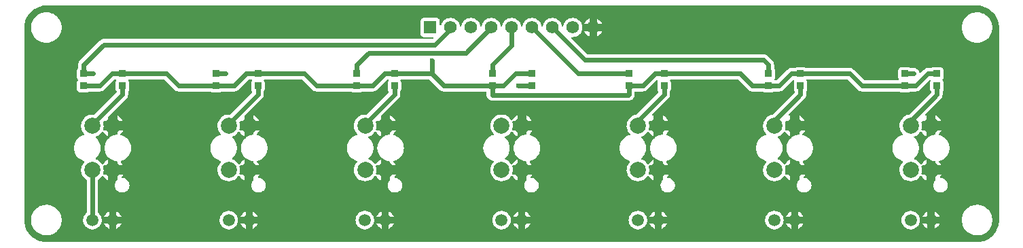
<source format=gtl>
G04 Layer: TopLayer*
G04 EasyEDA v6.5.22, 2022-12-11 09:51:38*
G04 e12cfe8ce6ad4c4799b389a6830ee86a,10*
G04 Gerber Generator version 0.2*
G04 Scale: 100 percent, Rotated: No, Reflected: No *
G04 Dimensions in millimeters *
G04 leading zeros omitted , absolute positions ,4 integer and 5 decimal *
%FSLAX45Y45*%
%MOMM*%

%AMMACRO1*21,1,$1,$2,0,0,$3*%
%ADD10C,0.6000*%
%ADD11MACRO1,0.864X0.8065X0.0000*%
%ADD12R,0.8640X0.8065*%
%ADD13C,2.0000*%
%ADD14R,1.5748X1.5748*%
%ADD15C,1.5748*%
%ADD16C,1.5000*%
%ADD17C,0.0144*%

%LPD*%
G36*
X300685Y25908D02*
G01*
X278079Y26822D01*
X256743Y29362D01*
X235610Y33629D01*
X214934Y39471D01*
X194767Y46939D01*
X175209Y55981D01*
X156464Y66548D01*
X138582Y78536D01*
X121716Y91846D01*
X105918Y106476D01*
X91338Y122326D01*
X78028Y139242D01*
X66141Y157124D01*
X55626Y175920D01*
X46634Y195478D01*
X39217Y215696D01*
X33426Y236423D01*
X29260Y257505D01*
X26771Y278892D01*
X25908Y300685D01*
X25908Y2699308D01*
X26822Y2721914D01*
X29362Y2743250D01*
X33629Y2764383D01*
X39471Y2785059D01*
X46939Y2805226D01*
X55981Y2824784D01*
X66548Y2843530D01*
X78536Y2861411D01*
X91846Y2878277D01*
X106476Y2894076D01*
X122326Y2908655D01*
X139242Y2921965D01*
X157124Y2933852D01*
X175920Y2944368D01*
X195478Y2953359D01*
X215696Y2960776D01*
X236423Y2966567D01*
X257505Y2970733D01*
X278892Y2973222D01*
X300685Y2974086D01*
X11899290Y2974086D01*
X11921896Y2973171D01*
X11943232Y2970631D01*
X11964365Y2966364D01*
X11985040Y2960522D01*
X12005208Y2953054D01*
X12024766Y2944012D01*
X12043511Y2933446D01*
X12061393Y2921457D01*
X12078258Y2908147D01*
X12094057Y2893517D01*
X12108637Y2877667D01*
X12121946Y2860751D01*
X12133834Y2842869D01*
X12144349Y2824073D01*
X12153341Y2804515D01*
X12160758Y2784297D01*
X12166549Y2763570D01*
X12170714Y2742488D01*
X12173204Y2721102D01*
X12174067Y2699308D01*
X12174067Y300685D01*
X12173153Y278079D01*
X12170613Y256743D01*
X12166346Y235610D01*
X12160504Y214934D01*
X12153036Y194767D01*
X12143994Y175209D01*
X12133427Y156464D01*
X12121438Y138582D01*
X12108129Y121716D01*
X12093498Y105918D01*
X12077649Y91338D01*
X12060732Y78028D01*
X12042851Y66141D01*
X12024055Y55626D01*
X12004497Y46634D01*
X11984278Y39217D01*
X11963552Y33426D01*
X11942470Y29260D01*
X11921083Y26771D01*
X11899290Y25908D01*
G37*

%LPC*%
G36*
X7006081Y2745689D02*
G01*
X7070293Y2745689D01*
X7070293Y2810052D01*
X7056374Y2803245D01*
X7044131Y2795168D01*
X7033006Y2785618D01*
X7023100Y2774746D01*
X7014616Y2762758D01*
X7007656Y2749854D01*
G37*
G36*
X11895226Y109575D02*
G01*
X11914225Y110032D01*
X11933072Y112369D01*
X11951563Y116636D01*
X11969597Y122682D01*
X11986869Y130454D01*
X12003328Y139954D01*
X12018772Y151079D01*
X12032996Y163626D01*
X12045899Y177546D01*
X12057380Y192684D01*
X12067286Y208889D01*
X12075515Y226009D01*
X12082018Y243840D01*
X12086691Y262229D01*
X12089536Y281025D01*
X12090501Y299974D01*
X12089536Y318973D01*
X12086691Y337769D01*
X12082018Y356158D01*
X12075515Y373989D01*
X12067286Y391109D01*
X12057380Y407314D01*
X12045899Y422452D01*
X12032996Y436372D01*
X12018772Y448919D01*
X12003328Y460044D01*
X11986869Y469544D01*
X11969597Y477316D01*
X11951563Y483362D01*
X11933072Y487629D01*
X11914225Y489966D01*
X11895226Y490423D01*
X11876278Y489000D01*
X11857583Y485698D01*
X11839295Y480568D01*
X11821617Y473659D01*
X11804751Y464972D01*
X11788749Y454659D01*
X11773916Y442823D01*
X11760352Y429564D01*
X11748109Y415035D01*
X11737441Y399338D01*
X11728348Y382676D01*
X11720982Y365150D01*
X11715343Y347014D01*
X11711584Y328371D01*
X11709704Y309473D01*
X11709704Y290525D01*
X11711584Y271627D01*
X11715343Y252984D01*
X11720982Y234848D01*
X11728348Y217322D01*
X11737441Y200660D01*
X11748109Y184962D01*
X11760352Y170434D01*
X11773916Y157175D01*
X11788749Y145338D01*
X11804751Y135026D01*
X11821617Y126339D01*
X11839295Y119430D01*
X11857583Y114300D01*
X11876278Y110998D01*
G37*
G36*
X9365742Y184759D02*
G01*
X9380220Y184759D01*
X9394647Y186537D01*
X9408668Y190144D01*
X9422180Y195478D01*
X9434880Y202488D01*
X9446615Y211023D01*
X9457182Y220929D01*
X9466427Y232105D01*
X9474200Y244348D01*
X9480346Y257505D01*
X9484868Y271272D01*
X9487560Y285546D01*
X9488474Y299974D01*
X9487560Y314452D01*
X9484868Y328726D01*
X9480346Y342493D01*
X9474200Y355650D01*
X9466427Y367893D01*
X9457182Y379069D01*
X9446615Y388975D01*
X9434880Y397510D01*
X9422180Y404520D01*
X9408668Y409854D01*
X9394647Y413461D01*
X9380220Y415239D01*
X9365742Y415239D01*
X9351314Y413461D01*
X9337294Y409854D01*
X9323832Y404520D01*
X9311081Y397510D01*
X9299346Y388975D01*
X9288780Y379069D01*
X9279534Y367893D01*
X9271762Y355650D01*
X9265615Y342493D01*
X9261094Y328726D01*
X9258401Y314452D01*
X9257487Y299974D01*
X9258401Y285546D01*
X9261094Y271272D01*
X9265615Y257505D01*
X9271762Y244348D01*
X9279534Y232105D01*
X9288780Y220929D01*
X9299346Y211023D01*
X9311081Y202488D01*
X9323832Y195478D01*
X9337294Y190144D01*
X9351314Y186537D01*
G37*
G36*
X4261815Y184759D02*
G01*
X4276344Y184759D01*
X4290720Y186537D01*
X4304792Y190144D01*
X4318254Y195478D01*
X4330954Y202488D01*
X4342688Y211023D01*
X4353306Y220929D01*
X4362551Y232105D01*
X4370324Y244348D01*
X4376470Y257505D01*
X4380941Y271272D01*
X4383684Y285546D01*
X4384598Y299974D01*
X4383684Y314452D01*
X4380941Y328726D01*
X4376470Y342493D01*
X4370324Y355650D01*
X4362551Y367893D01*
X4353306Y379069D01*
X4342688Y388975D01*
X4330954Y397510D01*
X4318254Y404520D01*
X4304792Y409854D01*
X4290720Y413461D01*
X4276344Y415239D01*
X4261815Y415239D01*
X4247438Y413461D01*
X4233418Y409854D01*
X4219905Y404520D01*
X4207205Y397510D01*
X4195470Y388975D01*
X4184904Y379069D01*
X4175658Y367893D01*
X4167886Y355650D01*
X4161688Y342493D01*
X4157218Y328726D01*
X4154525Y314452D01*
X4153611Y299974D01*
X4154525Y285546D01*
X4157218Y271272D01*
X4161688Y257505D01*
X4167886Y244348D01*
X4175658Y232105D01*
X4184904Y220929D01*
X4195470Y211023D01*
X4207205Y202488D01*
X4219905Y195478D01*
X4233418Y190144D01*
X4247438Y186537D01*
G37*
G36*
X7665720Y184759D02*
G01*
X7680248Y184759D01*
X7694625Y186537D01*
X7708696Y190144D01*
X7722158Y195478D01*
X7734858Y202488D01*
X7746593Y211023D01*
X7757159Y220929D01*
X7766405Y232105D01*
X7774178Y244348D01*
X7780375Y257505D01*
X7784846Y271272D01*
X7787589Y285546D01*
X7788452Y299974D01*
X7787589Y314452D01*
X7784846Y328726D01*
X7780375Y342493D01*
X7774178Y355650D01*
X7766405Y367893D01*
X7757159Y379069D01*
X7746593Y388975D01*
X7734858Y397510D01*
X7722158Y404520D01*
X7708696Y409854D01*
X7694625Y413461D01*
X7680248Y415239D01*
X7665720Y415239D01*
X7651343Y413461D01*
X7637272Y409854D01*
X7623809Y404520D01*
X7611109Y397510D01*
X7599375Y388975D01*
X7588808Y379069D01*
X7579563Y367893D01*
X7571790Y355650D01*
X7565593Y342493D01*
X7561122Y328726D01*
X7558379Y314452D01*
X7557516Y299974D01*
X7558379Y285546D01*
X7561122Y271272D01*
X7565593Y257505D01*
X7571790Y244348D01*
X7579563Y232105D01*
X7588808Y220929D01*
X7599375Y211023D01*
X7611109Y202488D01*
X7623809Y195478D01*
X7637272Y190144D01*
X7651343Y186537D01*
G37*
G36*
X11065713Y184759D02*
G01*
X11080242Y184759D01*
X11094618Y186537D01*
X11108690Y190144D01*
X11122152Y195478D01*
X11134852Y202488D01*
X11146586Y211023D01*
X11157153Y220929D01*
X11166398Y232105D01*
X11174171Y244348D01*
X11180368Y257505D01*
X11184839Y271272D01*
X11187582Y285546D01*
X11188446Y299974D01*
X11187582Y314452D01*
X11184839Y328726D01*
X11180368Y342493D01*
X11174171Y355650D01*
X11166398Y367893D01*
X11157153Y379069D01*
X11146586Y388975D01*
X11134852Y397510D01*
X11122152Y404520D01*
X11108690Y409854D01*
X11094618Y413461D01*
X11080242Y415239D01*
X11065713Y415239D01*
X11051336Y413461D01*
X11037265Y409854D01*
X11023803Y404520D01*
X11011103Y397510D01*
X10999368Y388975D01*
X10988802Y379069D01*
X10979556Y367893D01*
X10971784Y355650D01*
X10965586Y342493D01*
X10961116Y328726D01*
X10958372Y314452D01*
X10957509Y299974D01*
X10958372Y285546D01*
X10961116Y271272D01*
X10965586Y257505D01*
X10971784Y244348D01*
X10979556Y232105D01*
X10988802Y220929D01*
X10999368Y211023D01*
X11011103Y202488D01*
X11023803Y195478D01*
X11037265Y190144D01*
X11051336Y186537D01*
G37*
G36*
X5965748Y184759D02*
G01*
X5980226Y184759D01*
X5994654Y186537D01*
X6008674Y190144D01*
X6022187Y195478D01*
X6034887Y202488D01*
X6046622Y211023D01*
X6057188Y220929D01*
X6066434Y232105D01*
X6074206Y244348D01*
X6080353Y257505D01*
X6084874Y271272D01*
X6087567Y285546D01*
X6088481Y299974D01*
X6087567Y314452D01*
X6084874Y328726D01*
X6080353Y342493D01*
X6074206Y355650D01*
X6066434Y367893D01*
X6057188Y379069D01*
X6046622Y388975D01*
X6034887Y397510D01*
X6022187Y404520D01*
X6008674Y409854D01*
X5994654Y413461D01*
X5980226Y415239D01*
X5965748Y415239D01*
X5951321Y413461D01*
X5937300Y409854D01*
X5923838Y404520D01*
X5911088Y397510D01*
X5899353Y388975D01*
X5888786Y379069D01*
X5879541Y367893D01*
X5871768Y355650D01*
X5865622Y342493D01*
X5861100Y328726D01*
X5858408Y314452D01*
X5857494Y299974D01*
X5858408Y285546D01*
X5861100Y271272D01*
X5865622Y257505D01*
X5871768Y244348D01*
X5879541Y232105D01*
X5888786Y220929D01*
X5899353Y211023D01*
X5911088Y202488D01*
X5923838Y195478D01*
X5937300Y190144D01*
X5951321Y186537D01*
G37*
G36*
X2566263Y184759D02*
G01*
X2580741Y184759D01*
X2595118Y186537D01*
X2609189Y190144D01*
X2622651Y195478D01*
X2635402Y202488D01*
X2647137Y211023D01*
X2657703Y220929D01*
X2666949Y232105D01*
X2674721Y244348D01*
X2680868Y257505D01*
X2685338Y271272D01*
X2688082Y285546D01*
X2688996Y299974D01*
X2688082Y314452D01*
X2685338Y328726D01*
X2680868Y342493D01*
X2674721Y355650D01*
X2666949Y367893D01*
X2657703Y379069D01*
X2647137Y388975D01*
X2635402Y397510D01*
X2622651Y404520D01*
X2609189Y409854D01*
X2595118Y413461D01*
X2580741Y415239D01*
X2566263Y415239D01*
X2551836Y413461D01*
X2537815Y409854D01*
X2524302Y404520D01*
X2511602Y397510D01*
X2499868Y388975D01*
X2489301Y379069D01*
X2480056Y367893D01*
X2472283Y355650D01*
X2466136Y342493D01*
X2461615Y328726D01*
X2458923Y314452D01*
X2458008Y299974D01*
X2458923Y285546D01*
X2461615Y271272D01*
X2466136Y257505D01*
X2472283Y244348D01*
X2480056Y232105D01*
X2489301Y220929D01*
X2499868Y211023D01*
X2511602Y202488D01*
X2524302Y195478D01*
X2537815Y190144D01*
X2551836Y186537D01*
G37*
G36*
X866241Y184759D02*
G01*
X880770Y184759D01*
X895146Y186537D01*
X909218Y190144D01*
X922680Y195478D01*
X935380Y202488D01*
X947115Y211023D01*
X957681Y220929D01*
X966927Y232105D01*
X974699Y244348D01*
X980897Y257505D01*
X985367Y271272D01*
X988110Y285546D01*
X988974Y299974D01*
X988110Y314452D01*
X985367Y328726D01*
X980897Y342493D01*
X974699Y355650D01*
X966927Y367893D01*
X957681Y379069D01*
X946708Y389382D01*
X944321Y392734D01*
X943508Y396798D01*
X943508Y797966D01*
X944067Y801268D01*
X945692Y804214D01*
X948182Y806500D01*
X955598Y811276D01*
X967994Y821385D01*
X979169Y832916D01*
X988974Y845616D01*
X991311Y849477D01*
X994105Y852525D01*
X997915Y854151D01*
X1002080Y854151D01*
X1005890Y852525D01*
X1008684Y849477D01*
X1011021Y845616D01*
X1020826Y832916D01*
X1032002Y821385D01*
X1044397Y811276D01*
X1057910Y802589D01*
X1070660Y796340D01*
X1070660Y868578D01*
X1016152Y868578D01*
X1012393Y869289D01*
X1009192Y871321D01*
X1006957Y874420D01*
X1006043Y878078D01*
X1006500Y881887D01*
X1008887Y889203D01*
X1012088Y904900D01*
X1013460Y920902D01*
X1013002Y936955D01*
X1010716Y952804D01*
X1006551Y968502D01*
X1006297Y972210D01*
X1007364Y975766D01*
X1009599Y978662D01*
X1012748Y980592D01*
X1016406Y981252D01*
X1070660Y981252D01*
X1070660Y1053388D01*
X1065022Y1051001D01*
X1051052Y1043127D01*
X1038047Y1033678D01*
X1026261Y1022807D01*
X1015746Y1010716D01*
X1008380Y999947D01*
X1005586Y997203D01*
X1001979Y995730D01*
X998016Y995730D01*
X994410Y997203D01*
X991616Y999947D01*
X984250Y1010716D01*
X973734Y1022807D01*
X961948Y1033678D01*
X948944Y1043127D01*
X934974Y1051001D01*
X921003Y1056894D01*
X917549Y1059281D01*
X915365Y1062888D01*
X914857Y1067003D01*
X916025Y1071067D01*
X919226Y1074674D01*
X931875Y1086967D01*
X943102Y1100531D01*
X952855Y1115212D01*
X960983Y1130858D01*
X967384Y1147267D01*
X972007Y1164234D01*
X974801Y1181658D01*
X975766Y1199235D01*
X974801Y1216812D01*
X972007Y1234236D01*
X967384Y1251204D01*
X960983Y1267612D01*
X952855Y1283258D01*
X943102Y1297940D01*
X931875Y1311503D01*
X919226Y1323797D01*
X917194Y1325372D01*
X914450Y1328674D01*
X913333Y1332839D01*
X914044Y1337106D01*
X916432Y1340662D01*
X920089Y1342948D01*
X927709Y1345641D01*
X942086Y1352753D01*
X955598Y1361440D01*
X967994Y1371549D01*
X979169Y1383080D01*
X988974Y1395780D01*
X991311Y1399641D01*
X994105Y1402689D01*
X997915Y1404315D01*
X1002080Y1404315D01*
X1005890Y1402689D01*
X1008684Y1399641D01*
X1011021Y1395780D01*
X1020826Y1383080D01*
X1032002Y1371549D01*
X1044397Y1361440D01*
X1057910Y1352753D01*
X1070660Y1346504D01*
X1070660Y1418742D01*
X1016152Y1418742D01*
X1012393Y1419453D01*
X1009192Y1421485D01*
X1006957Y1424584D01*
X1006043Y1428242D01*
X1006500Y1432052D01*
X1008887Y1439367D01*
X1012088Y1455064D01*
X1013460Y1471066D01*
X1013002Y1487119D01*
X1010716Y1502968D01*
X1007160Y1516329D01*
X1006906Y1519834D01*
X1007821Y1523238D01*
X1009802Y1526133D01*
X1012139Y1528470D01*
X1015441Y1530654D01*
X1019352Y1531416D01*
X1070660Y1531416D01*
X1070660Y1582724D01*
X1071422Y1586636D01*
X1073607Y1589938D01*
X1297381Y1813661D01*
X1304798Y1822399D01*
X1310589Y1831797D01*
X1314805Y1842007D01*
X1317396Y1852777D01*
X1318310Y1864207D01*
X1318310Y1900021D01*
X1318920Y1903425D01*
X1320596Y1906473D01*
X1324660Y1911350D01*
X1328369Y1918360D01*
X1330706Y1925980D01*
X1331518Y1934362D01*
X1331518Y2014016D01*
X1330706Y2022398D01*
X1328369Y2029968D01*
X1324660Y2036978D01*
X1322222Y2041042D01*
X1321765Y2044852D01*
X1322679Y2048510D01*
X1324965Y2051608D01*
X1328166Y2053640D01*
X1331874Y2054352D01*
X1762150Y2054352D01*
X1766062Y2053539D01*
X1769364Y2051354D01*
X1896110Y1924608D01*
X1904796Y1917141D01*
X1914245Y1911350D01*
X1924456Y1907133D01*
X1935225Y1904542D01*
X1946656Y1903679D01*
X2342692Y1903679D01*
X2346096Y1903069D01*
X2350516Y1900224D01*
X2357526Y1896465D01*
X2365095Y1894179D01*
X2373477Y1893316D01*
X2458923Y1893316D01*
X2467305Y1894179D01*
X2474874Y1896465D01*
X2481884Y1900224D01*
X2486304Y1903069D01*
X2489708Y1903679D01*
X2639720Y1903679D01*
X2651150Y1904542D01*
X2661920Y1907133D01*
X2672130Y1911350D01*
X2681528Y1917141D01*
X2690266Y1924608D01*
X2817012Y2051354D01*
X2820314Y2053539D01*
X2824226Y2054352D01*
X2852826Y2054352D01*
X2856534Y2053640D01*
X2859786Y2051608D01*
X2862021Y2048510D01*
X2862935Y2044852D01*
X2862478Y2041042D01*
X2860040Y2036978D01*
X2856331Y2029968D01*
X2853994Y2022398D01*
X2853182Y2014016D01*
X2853182Y1934362D01*
X2853994Y1925980D01*
X2856331Y1918360D01*
X2860040Y1911350D01*
X2864053Y1906473D01*
X2865780Y1903475D01*
X2866390Y1900021D01*
X2866390Y1897227D01*
X2865628Y1893316D01*
X2863392Y1890064D01*
X2591308Y1617929D01*
X2587752Y1615643D01*
X2583535Y1614982D01*
X2573020Y1615592D01*
X2556967Y1614678D01*
X2541168Y1611934D01*
X2525776Y1607413D01*
X2510993Y1601165D01*
X2497023Y1593291D01*
X2484069Y1583842D01*
X2472232Y1572971D01*
X2461717Y1560880D01*
X2452674Y1547622D01*
X2445207Y1533448D01*
X2439365Y1518513D01*
X2435301Y1502968D01*
X2433015Y1487119D01*
X2432558Y1471066D01*
X2433929Y1455064D01*
X2437130Y1439367D01*
X2442057Y1424127D01*
X2448712Y1409496D01*
X2457043Y1395780D01*
X2466797Y1383080D01*
X2473452Y1376222D01*
X2475687Y1372768D01*
X2476296Y1368653D01*
X2475280Y1364691D01*
X2472740Y1361389D01*
X2469083Y1359458D01*
X2454097Y1354937D01*
X2437892Y1348079D01*
X2422448Y1339545D01*
X2408072Y1329385D01*
X2394813Y1317802D01*
X2382824Y1304848D01*
X2372360Y1290726D01*
X2363419Y1275537D01*
X2356104Y1259484D01*
X2350566Y1242771D01*
X2346858Y1225550D01*
X2344978Y1208024D01*
X2344978Y1190447D01*
X2346858Y1172921D01*
X2350566Y1155700D01*
X2356104Y1138986D01*
X2363419Y1122934D01*
X2372360Y1107744D01*
X2382824Y1093622D01*
X2394813Y1080668D01*
X2408072Y1069086D01*
X2422448Y1058926D01*
X2437892Y1050391D01*
X2454097Y1043533D01*
X2467711Y1039469D01*
X2471267Y1037539D01*
X2473756Y1034440D01*
X2474874Y1030579D01*
X2474417Y1026566D01*
X2472436Y1023061D01*
X2461717Y1010716D01*
X2452674Y997458D01*
X2445207Y983284D01*
X2439365Y968349D01*
X2435301Y952804D01*
X2433015Y936955D01*
X2432558Y920902D01*
X2433929Y904900D01*
X2437130Y889203D01*
X2442057Y873963D01*
X2448712Y859332D01*
X2457043Y845616D01*
X2466797Y832916D01*
X2477973Y821385D01*
X2490419Y811276D01*
X2503932Y802589D01*
X2518308Y795477D01*
X2533396Y790092D01*
X2549042Y786485D01*
X2564993Y784656D01*
X2580995Y784656D01*
X2596946Y786485D01*
X2612593Y790092D01*
X2627680Y795477D01*
X2642057Y802589D01*
X2655570Y811276D01*
X2668016Y821385D01*
X2679192Y832916D01*
X2688945Y845616D01*
X2691282Y849477D01*
X2694127Y852525D01*
X2697937Y854151D01*
X2702052Y854151D01*
X2705862Y852525D01*
X2708706Y849477D01*
X2711043Y845616D01*
X2720797Y832916D01*
X2731973Y821385D01*
X2744419Y811276D01*
X2757932Y802589D01*
X2770632Y796340D01*
X2770632Y868578D01*
X2716174Y868578D01*
X2712415Y869289D01*
X2709214Y871321D01*
X2706979Y874420D01*
X2706014Y878078D01*
X2706471Y881887D01*
X2708859Y889203D01*
X2712059Y904900D01*
X2713431Y920902D01*
X2712974Y936955D01*
X2710688Y952804D01*
X2706573Y968502D01*
X2706268Y972210D01*
X2707335Y975766D01*
X2709621Y978662D01*
X2712770Y980592D01*
X2716377Y981252D01*
X2770632Y981252D01*
X2770632Y1053388D01*
X2764993Y1051001D01*
X2751023Y1043127D01*
X2738069Y1033678D01*
X2726232Y1022807D01*
X2715717Y1010716D01*
X2708402Y999947D01*
X2705608Y997203D01*
X2701950Y995730D01*
X2698038Y995730D01*
X2694381Y997203D01*
X2691587Y999947D01*
X2684272Y1010716D01*
X2673756Y1022807D01*
X2661920Y1033678D01*
X2648966Y1043127D01*
X2634996Y1051001D01*
X2621026Y1056894D01*
X2617571Y1059281D01*
X2615387Y1062888D01*
X2614828Y1067003D01*
X2615996Y1071067D01*
X2619248Y1074674D01*
X2631846Y1086967D01*
X2643124Y1100531D01*
X2652826Y1115212D01*
X2660954Y1130858D01*
X2667406Y1147267D01*
X2672029Y1164234D01*
X2674823Y1181658D01*
X2675737Y1199235D01*
X2674823Y1216812D01*
X2672029Y1234236D01*
X2667406Y1251204D01*
X2660954Y1267612D01*
X2652826Y1283258D01*
X2643124Y1297940D01*
X2631846Y1311503D01*
X2619248Y1323797D01*
X2617216Y1325372D01*
X2614472Y1328674D01*
X2613355Y1332839D01*
X2614015Y1337106D01*
X2616403Y1340662D01*
X2620060Y1342948D01*
X2627680Y1345641D01*
X2642057Y1352753D01*
X2655570Y1361440D01*
X2668016Y1371549D01*
X2679192Y1383080D01*
X2688945Y1395780D01*
X2691282Y1399641D01*
X2694127Y1402689D01*
X2697937Y1404315D01*
X2702052Y1404315D01*
X2705862Y1402689D01*
X2708706Y1399641D01*
X2711043Y1395780D01*
X2720797Y1383080D01*
X2731973Y1371549D01*
X2744419Y1361440D01*
X2757932Y1352753D01*
X2770632Y1346504D01*
X2770632Y1418742D01*
X2716174Y1418742D01*
X2712415Y1419453D01*
X2709214Y1421485D01*
X2706979Y1424584D01*
X2706014Y1428242D01*
X2706471Y1432052D01*
X2708859Y1439367D01*
X2712059Y1455064D01*
X2713431Y1471066D01*
X2712974Y1487119D01*
X2710688Y1502968D01*
X2706573Y1518666D01*
X2706268Y1522374D01*
X2707335Y1525930D01*
X2709621Y1528826D01*
X2712770Y1530756D01*
X2716377Y1531416D01*
X2770632Y1531416D01*
X2770632Y1593646D01*
X2771394Y1597507D01*
X2773629Y1600809D01*
X2986481Y1813661D01*
X2993898Y1822399D01*
X2999689Y1831797D01*
X3003905Y1842007D01*
X3006496Y1852777D01*
X3007410Y1864207D01*
X3007410Y1900021D01*
X3008020Y1903425D01*
X3009696Y1906473D01*
X3013760Y1911350D01*
X3017469Y1918360D01*
X3019806Y1925980D01*
X3020618Y1934362D01*
X3020618Y2014016D01*
X3019806Y2022398D01*
X3017469Y2029968D01*
X3013760Y2036978D01*
X3011322Y2041042D01*
X3010865Y2044852D01*
X3011779Y2048510D01*
X3014014Y2051608D01*
X3017266Y2053640D01*
X3020974Y2054352D01*
X3483000Y2054352D01*
X3486912Y2053539D01*
X3490214Y2051354D01*
X3616960Y1924608D01*
X3625646Y1917141D01*
X3635095Y1911350D01*
X3645306Y1907133D01*
X3656076Y1904542D01*
X3667506Y1903679D01*
X4095292Y1903679D01*
X4098696Y1903069D01*
X4103115Y1900224D01*
X4110126Y1896465D01*
X4117695Y1894179D01*
X4126077Y1893316D01*
X4211523Y1893316D01*
X4219905Y1894179D01*
X4227474Y1896465D01*
X4234484Y1900224D01*
X4238904Y1903069D01*
X4242308Y1903679D01*
X4366920Y1903679D01*
X4378350Y1904542D01*
X4389120Y1907133D01*
X4399330Y1911350D01*
X4408728Y1917141D01*
X4417466Y1924608D01*
X4544212Y2051354D01*
X4547514Y2053539D01*
X4551426Y2054352D01*
X4554626Y2054352D01*
X4558334Y2053640D01*
X4561586Y2051608D01*
X4563821Y2048510D01*
X4564735Y2044852D01*
X4564278Y2041042D01*
X4561840Y2036978D01*
X4558131Y2029968D01*
X4555794Y2022398D01*
X4554982Y2014016D01*
X4554982Y1934362D01*
X4555794Y1925980D01*
X4558131Y1918360D01*
X4561840Y1911350D01*
X4565853Y1906473D01*
X4567580Y1903475D01*
X4568190Y1900021D01*
X4568190Y1897227D01*
X4567428Y1893316D01*
X4565192Y1890064D01*
X4293006Y1617827D01*
X4289450Y1615541D01*
X4285234Y1614881D01*
X4272991Y1615592D01*
X4256989Y1614678D01*
X4241190Y1611934D01*
X4225798Y1607413D01*
X4211015Y1601165D01*
X4197045Y1593291D01*
X4184040Y1583842D01*
X4172254Y1572971D01*
X4161739Y1560880D01*
X4152696Y1547622D01*
X4145178Y1533448D01*
X4139387Y1518513D01*
X4135272Y1502968D01*
X4132986Y1487119D01*
X4132529Y1471066D01*
X4133900Y1455064D01*
X4137101Y1439367D01*
X4142079Y1424127D01*
X4148734Y1409496D01*
X4157014Y1395780D01*
X4166819Y1383080D01*
X4173423Y1376222D01*
X4175658Y1372768D01*
X4176318Y1368653D01*
X4175251Y1364691D01*
X4172712Y1361389D01*
X4169105Y1359458D01*
X4154119Y1354937D01*
X4137863Y1348079D01*
X4122470Y1339545D01*
X4108043Y1329385D01*
X4094784Y1317802D01*
X4082846Y1304848D01*
X4072331Y1290726D01*
X4063390Y1275537D01*
X4056126Y1259484D01*
X4050588Y1242771D01*
X4046880Y1225550D01*
X4045000Y1208024D01*
X4045000Y1190447D01*
X4046880Y1172921D01*
X4050588Y1155700D01*
X4056126Y1138986D01*
X4063390Y1122934D01*
X4072331Y1107744D01*
X4082846Y1093622D01*
X4094784Y1080668D01*
X4108043Y1069086D01*
X4122470Y1058926D01*
X4137863Y1050391D01*
X4154119Y1043533D01*
X4167682Y1039469D01*
X4171238Y1037539D01*
X4173778Y1034440D01*
X4174896Y1030579D01*
X4174439Y1026566D01*
X4172458Y1023061D01*
X4161739Y1010716D01*
X4152696Y997458D01*
X4145178Y983284D01*
X4139387Y968349D01*
X4135272Y952804D01*
X4132986Y936955D01*
X4132529Y920902D01*
X4133900Y904900D01*
X4137101Y889203D01*
X4142079Y873963D01*
X4148734Y859332D01*
X4157014Y845616D01*
X4166819Y832916D01*
X4177995Y821385D01*
X4190390Y811276D01*
X4203903Y802589D01*
X4218279Y795477D01*
X4233418Y790092D01*
X4249013Y786485D01*
X4264964Y784656D01*
X4281017Y784656D01*
X4296968Y786485D01*
X4312564Y790092D01*
X4327702Y795477D01*
X4342079Y802589D01*
X4355592Y811276D01*
X4367987Y821385D01*
X4379163Y832916D01*
X4388967Y845616D01*
X4391304Y849477D01*
X4394098Y852525D01*
X4397908Y854151D01*
X4402074Y854151D01*
X4405884Y852525D01*
X4408678Y849477D01*
X4411014Y845616D01*
X4420819Y832916D01*
X4431995Y821385D01*
X4444390Y811276D01*
X4457903Y802589D01*
X4470654Y796340D01*
X4470654Y868578D01*
X4416145Y868578D01*
X4412386Y869289D01*
X4409186Y871321D01*
X4406950Y874420D01*
X4406036Y878078D01*
X4406493Y881887D01*
X4408881Y889203D01*
X4412081Y904900D01*
X4413453Y920902D01*
X4412996Y936955D01*
X4410710Y952804D01*
X4406544Y968502D01*
X4406290Y972210D01*
X4407357Y975766D01*
X4409592Y978662D01*
X4412742Y980592D01*
X4416399Y981252D01*
X4470654Y981252D01*
X4470654Y1053388D01*
X4465015Y1051001D01*
X4451045Y1043127D01*
X4438040Y1033678D01*
X4426254Y1022807D01*
X4415739Y1010716D01*
X4408373Y999947D01*
X4405579Y997203D01*
X4401972Y995730D01*
X4398010Y995730D01*
X4394403Y997203D01*
X4391609Y999947D01*
X4384243Y1010716D01*
X4373727Y1022807D01*
X4361942Y1033678D01*
X4348937Y1043127D01*
X4334967Y1051001D01*
X4320997Y1056894D01*
X4317542Y1059281D01*
X4315358Y1062888D01*
X4314850Y1067003D01*
X4316018Y1071067D01*
X4319219Y1074674D01*
X4331868Y1086967D01*
X4343095Y1100531D01*
X4352848Y1115212D01*
X4360976Y1130858D01*
X4367377Y1147267D01*
X4372000Y1164234D01*
X4374794Y1181658D01*
X4375759Y1199235D01*
X4374794Y1216812D01*
X4372000Y1234236D01*
X4367377Y1251204D01*
X4360976Y1267612D01*
X4352848Y1283258D01*
X4343095Y1297940D01*
X4331868Y1311503D01*
X4319219Y1323797D01*
X4317187Y1325372D01*
X4314444Y1328674D01*
X4313326Y1332839D01*
X4314037Y1337106D01*
X4316425Y1340662D01*
X4320082Y1342948D01*
X4327702Y1345641D01*
X4342079Y1352753D01*
X4355592Y1361440D01*
X4367987Y1371549D01*
X4379163Y1383080D01*
X4388967Y1395780D01*
X4391304Y1399641D01*
X4394098Y1402689D01*
X4397908Y1404315D01*
X4402074Y1404315D01*
X4405884Y1402689D01*
X4408678Y1399641D01*
X4411014Y1395780D01*
X4420819Y1383080D01*
X4431995Y1371549D01*
X4444390Y1361440D01*
X4457903Y1352753D01*
X4470654Y1346504D01*
X4470654Y1418742D01*
X4416145Y1418742D01*
X4412386Y1419453D01*
X4409186Y1421485D01*
X4406950Y1424584D01*
X4406036Y1428242D01*
X4406493Y1432052D01*
X4408881Y1439367D01*
X4412081Y1455064D01*
X4413453Y1471066D01*
X4412996Y1487119D01*
X4410710Y1502968D01*
X4406544Y1518666D01*
X4406290Y1522374D01*
X4407357Y1525930D01*
X4409592Y1528826D01*
X4412742Y1530756D01*
X4416399Y1531416D01*
X4470654Y1531416D01*
X4470654Y1591818D01*
X4471416Y1595729D01*
X4473600Y1599031D01*
X4688281Y1813661D01*
X4695698Y1822399D01*
X4701489Y1831797D01*
X4705705Y1842007D01*
X4708296Y1852777D01*
X4709210Y1864207D01*
X4709210Y1900021D01*
X4709820Y1903425D01*
X4711496Y1906473D01*
X4715560Y1911350D01*
X4719269Y1918360D01*
X4721606Y1925980D01*
X4722418Y1934362D01*
X4722418Y2014016D01*
X4721606Y2022398D01*
X4719269Y2029968D01*
X4715560Y2036978D01*
X4713122Y2041042D01*
X4712665Y2044852D01*
X4713579Y2048510D01*
X4715865Y2051608D01*
X4719066Y2053640D01*
X4722774Y2054352D01*
X5069738Y2054352D01*
X5073599Y2053539D01*
X5076901Y2051354D01*
X5203647Y1924608D01*
X5212384Y1917141D01*
X5221833Y1911350D01*
X5232044Y1907133D01*
X5242763Y1904542D01*
X5254193Y1903679D01*
X5777230Y1903679D01*
X5781090Y1902866D01*
X5784392Y1900682D01*
X5786628Y1897380D01*
X5787390Y1893519D01*
X5787390Y1864207D01*
X5788304Y1852777D01*
X5790844Y1842007D01*
X5795111Y1831797D01*
X5800852Y1822399D01*
X5808319Y1813661D01*
X5814415Y1807565D01*
X5823153Y1800098D01*
X5832602Y1794306D01*
X5842812Y1790090D01*
X5853531Y1787499D01*
X5864961Y1786636D01*
X7552639Y1786636D01*
X7564018Y1787499D01*
X7574788Y1790090D01*
X7584998Y1794306D01*
X7594447Y1800098D01*
X7603134Y1807565D01*
X7609281Y1813661D01*
X7616698Y1822399D01*
X7622489Y1831797D01*
X7626705Y1842007D01*
X7629296Y1852777D01*
X7630210Y1864207D01*
X7630210Y1893519D01*
X7630972Y1897380D01*
X7633208Y1900682D01*
X7636459Y1902866D01*
X7640370Y1903679D01*
X7735671Y1903679D01*
X7747050Y1904542D01*
X7757820Y1907133D01*
X7768031Y1911350D01*
X7777480Y1917141D01*
X7786166Y1924608D01*
X7902905Y2041296D01*
X7906664Y2043684D01*
X7911134Y2044242D01*
X7915351Y2042820D01*
X7918551Y2039772D01*
X7920177Y2035606D01*
X7919821Y2031136D01*
X7917078Y2022348D01*
X7916265Y2014016D01*
X7916265Y1934362D01*
X7917078Y1925980D01*
X7919415Y1918360D01*
X7923123Y1911350D01*
X7927136Y1906473D01*
X7928864Y1903475D01*
X7929473Y1900021D01*
X7929473Y1897227D01*
X7928711Y1893316D01*
X7926476Y1890064D01*
X7652207Y1615744D01*
X7649667Y1613916D01*
X7646720Y1612900D01*
X7641183Y1611934D01*
X7625791Y1607413D01*
X7611008Y1601165D01*
X7597038Y1593291D01*
X7584033Y1583893D01*
X7572248Y1573022D01*
X7561732Y1560880D01*
X7552690Y1547672D01*
X7545171Y1533448D01*
X7539380Y1518513D01*
X7535265Y1503019D01*
X7532979Y1487119D01*
X7532522Y1471117D01*
X7533894Y1455115D01*
X7537094Y1439367D01*
X7542072Y1424127D01*
X7548727Y1409547D01*
X7557008Y1395780D01*
X7566812Y1383080D01*
X7573416Y1376273D01*
X7575651Y1372768D01*
X7576312Y1368704D01*
X7575245Y1364691D01*
X7572705Y1361440D01*
X7569098Y1359458D01*
X7554112Y1354937D01*
X7537856Y1348079D01*
X7522464Y1339545D01*
X7508036Y1329436D01*
X7494778Y1317853D01*
X7482840Y1304899D01*
X7472324Y1290726D01*
X7463383Y1275588D01*
X7456119Y1259535D01*
X7450581Y1242822D01*
X7446873Y1225600D01*
X7444994Y1208074D01*
X7444994Y1190447D01*
X7446873Y1172921D01*
X7450581Y1155700D01*
X7456119Y1138986D01*
X7463383Y1122934D01*
X7472324Y1107795D01*
X7482840Y1093622D01*
X7494778Y1080668D01*
X7508036Y1069086D01*
X7522464Y1058976D01*
X7537856Y1050442D01*
X7554112Y1043584D01*
X7567675Y1039469D01*
X7571231Y1037590D01*
X7573772Y1034440D01*
X7574889Y1030579D01*
X7574432Y1026617D01*
X7572451Y1023112D01*
X7561732Y1010716D01*
X7552690Y997508D01*
X7545171Y983284D01*
X7539380Y968349D01*
X7535265Y952855D01*
X7532979Y936955D01*
X7532522Y920953D01*
X7533894Y904951D01*
X7537094Y889203D01*
X7542072Y873963D01*
X7548727Y859383D01*
X7557008Y845616D01*
X7566812Y832916D01*
X7577988Y821436D01*
X7590383Y811276D01*
X7603896Y802589D01*
X7618272Y795528D01*
X7633411Y790143D01*
X7649006Y786485D01*
X7664958Y784656D01*
X7681010Y784656D01*
X7696962Y786485D01*
X7712557Y790143D01*
X7727696Y795528D01*
X7742072Y802589D01*
X7755585Y811276D01*
X7767980Y821436D01*
X7779156Y832916D01*
X7788960Y845616D01*
X7791297Y849477D01*
X7794091Y852525D01*
X7797901Y854202D01*
X7802067Y854202D01*
X7805877Y852525D01*
X7808671Y849477D01*
X7811008Y845616D01*
X7820812Y832916D01*
X7831988Y821436D01*
X7844383Y811276D01*
X7857896Y802589D01*
X7870647Y796340D01*
X7870647Y868578D01*
X7816138Y868578D01*
X7812379Y869289D01*
X7809179Y871321D01*
X7806944Y874420D01*
X7806029Y878128D01*
X7806486Y881887D01*
X7808874Y889203D01*
X7812074Y904951D01*
X7813446Y920953D01*
X7812989Y936955D01*
X7810703Y952855D01*
X7806537Y968552D01*
X7806283Y972210D01*
X7807350Y975766D01*
X7809585Y978712D01*
X7812735Y980643D01*
X7816392Y981303D01*
X7870647Y981303D01*
X7870647Y1053388D01*
X7865008Y1051001D01*
X7851038Y1043127D01*
X7838033Y1033729D01*
X7826248Y1022858D01*
X7815732Y1010716D01*
X7808366Y999998D01*
X7805572Y997254D01*
X7801965Y995730D01*
X7798003Y995730D01*
X7794396Y997254D01*
X7791602Y999998D01*
X7784236Y1010716D01*
X7773720Y1022858D01*
X7761935Y1033729D01*
X7748930Y1043127D01*
X7734960Y1051001D01*
X7720990Y1056944D01*
X7717536Y1059332D01*
X7715351Y1062888D01*
X7714843Y1067054D01*
X7716012Y1071067D01*
X7719212Y1074724D01*
X7731861Y1087018D01*
X7743088Y1100582D01*
X7752842Y1115263D01*
X7760970Y1130858D01*
X7767370Y1147267D01*
X7771993Y1164285D01*
X7774787Y1181658D01*
X7775752Y1199235D01*
X7774787Y1216863D01*
X7771993Y1234236D01*
X7767370Y1251254D01*
X7760970Y1267663D01*
X7752842Y1283258D01*
X7743088Y1297940D01*
X7731861Y1311503D01*
X7719212Y1323797D01*
X7717180Y1325422D01*
X7714437Y1328724D01*
X7713319Y1332890D01*
X7714030Y1337106D01*
X7716418Y1340713D01*
X7720075Y1342948D01*
X7727696Y1345692D01*
X7742072Y1352753D01*
X7755585Y1361440D01*
X7767980Y1371600D01*
X7779156Y1383080D01*
X7788960Y1395780D01*
X7791297Y1399641D01*
X7794091Y1402689D01*
X7797901Y1404366D01*
X7802067Y1404366D01*
X7805877Y1402689D01*
X7808671Y1399641D01*
X7811008Y1395780D01*
X7820812Y1383080D01*
X7831988Y1371600D01*
X7844383Y1361440D01*
X7857896Y1352753D01*
X7870647Y1346504D01*
X7870647Y1418742D01*
X7816138Y1418742D01*
X7812379Y1419453D01*
X7809179Y1421485D01*
X7806944Y1424584D01*
X7806029Y1428292D01*
X7806486Y1432052D01*
X7808874Y1439367D01*
X7812074Y1455115D01*
X7813446Y1471117D01*
X7812989Y1487119D01*
X7810703Y1503019D01*
X7806537Y1518716D01*
X7806283Y1522374D01*
X7807350Y1525930D01*
X7809585Y1528876D01*
X7812735Y1530807D01*
X7816392Y1531467D01*
X7870647Y1531467D01*
X7870647Y1603552D01*
X7864602Y1601012D01*
X7860690Y1600200D01*
X7856778Y1600962D01*
X7853476Y1603146D01*
X7851241Y1606448D01*
X7850479Y1610360D01*
X7851241Y1614271D01*
X7853425Y1617573D01*
X8049564Y1813661D01*
X8056981Y1822399D01*
X8062772Y1831797D01*
X8066989Y1842007D01*
X8069580Y1852777D01*
X8070494Y1864207D01*
X8070494Y1900021D01*
X8071103Y1903425D01*
X8072780Y1906473D01*
X8076844Y1911350D01*
X8080552Y1918360D01*
X8082889Y1925980D01*
X8083702Y1934362D01*
X8083702Y2014016D01*
X8082889Y2022398D01*
X8080552Y2029968D01*
X8076844Y2036978D01*
X8074406Y2041042D01*
X8073948Y2044852D01*
X8074863Y2048510D01*
X8077149Y2051608D01*
X8080349Y2053640D01*
X8084058Y2054352D01*
X8914434Y2054352D01*
X8918295Y2053539D01*
X8921597Y2051354D01*
X9048343Y1924608D01*
X9057081Y1917141D01*
X9066530Y1911350D01*
X9076740Y1907133D01*
X9087459Y1904542D01*
X9098889Y1903679D01*
X9226448Y1903679D01*
X9229902Y1903069D01*
X9234322Y1900224D01*
X9241282Y1896465D01*
X9248902Y1894179D01*
X9257284Y1893316D01*
X9342678Y1893316D01*
X9351060Y1894179D01*
X9358680Y1896465D01*
X9365640Y1900224D01*
X9370060Y1903069D01*
X9373514Y1903679D01*
X9435642Y1903679D01*
X9447072Y1904542D01*
X9457842Y1907133D01*
X9468053Y1911350D01*
X9477451Y1917141D01*
X9486188Y1924608D01*
X9602927Y2041296D01*
X9606686Y2043684D01*
X9611106Y2044242D01*
X9615322Y2042820D01*
X9618573Y2039772D01*
X9620148Y2035606D01*
X9619792Y2031136D01*
X9617100Y2022348D01*
X9616287Y2014016D01*
X9616287Y1934362D01*
X9617100Y1925980D01*
X9619386Y1918360D01*
X9623145Y1911350D01*
X9627158Y1906473D01*
X9628886Y1903475D01*
X9629444Y1900021D01*
X9629444Y1897227D01*
X9628682Y1893316D01*
X9626498Y1890064D01*
X9352178Y1615744D01*
X9349689Y1613916D01*
X9346742Y1612900D01*
X9341154Y1611934D01*
X9325762Y1607413D01*
X9310979Y1601165D01*
X9297009Y1593291D01*
X9284055Y1583893D01*
X9272219Y1573022D01*
X9261703Y1560880D01*
X9252661Y1547672D01*
X9245193Y1533448D01*
X9239351Y1518513D01*
X9235287Y1503019D01*
X9233001Y1487119D01*
X9232544Y1471117D01*
X9233916Y1455115D01*
X9237116Y1439367D01*
X9242044Y1424127D01*
X9248698Y1409547D01*
X9257030Y1395780D01*
X9266783Y1383080D01*
X9273438Y1376273D01*
X9275673Y1372768D01*
X9276283Y1368704D01*
X9275267Y1364691D01*
X9272727Y1361440D01*
X9269069Y1359458D01*
X9254083Y1354937D01*
X9237878Y1348079D01*
X9222435Y1339545D01*
X9208058Y1329436D01*
X9194800Y1317853D01*
X9182811Y1304899D01*
X9172346Y1290726D01*
X9163405Y1275588D01*
X9156090Y1259535D01*
X9150553Y1242822D01*
X9146844Y1225600D01*
X9144965Y1208074D01*
X9144965Y1190447D01*
X9146844Y1172921D01*
X9150553Y1155700D01*
X9156090Y1138986D01*
X9163405Y1122934D01*
X9172346Y1107795D01*
X9182811Y1093622D01*
X9194800Y1080668D01*
X9208058Y1069086D01*
X9222435Y1058976D01*
X9237878Y1050442D01*
X9254083Y1043584D01*
X9267698Y1039469D01*
X9271254Y1037590D01*
X9273743Y1034440D01*
X9274860Y1030579D01*
X9274403Y1026617D01*
X9272422Y1023112D01*
X9261703Y1010716D01*
X9252661Y997508D01*
X9245193Y983284D01*
X9239351Y968349D01*
X9235287Y952855D01*
X9233001Y936955D01*
X9232544Y920953D01*
X9233916Y904951D01*
X9237116Y889203D01*
X9242044Y873963D01*
X9248698Y859383D01*
X9257030Y845616D01*
X9266783Y832916D01*
X9277959Y821436D01*
X9290405Y811276D01*
X9303918Y802589D01*
X9318294Y795528D01*
X9333382Y790143D01*
X9349028Y786485D01*
X9364980Y784656D01*
X9380982Y784656D01*
X9396933Y786485D01*
X9412579Y790143D01*
X9427667Y795528D01*
X9442043Y802589D01*
X9455556Y811276D01*
X9468002Y821436D01*
X9479178Y832916D01*
X9488932Y845616D01*
X9491268Y849477D01*
X9494113Y852525D01*
X9497923Y854202D01*
X9502038Y854202D01*
X9505848Y852525D01*
X9508693Y849477D01*
X9511030Y845616D01*
X9520783Y832916D01*
X9531959Y821436D01*
X9544405Y811276D01*
X9557918Y802589D01*
X9570618Y796340D01*
X9570618Y868578D01*
X9516160Y868578D01*
X9512401Y869289D01*
X9509201Y871321D01*
X9506966Y874420D01*
X9506000Y878128D01*
X9506458Y881887D01*
X9508845Y889203D01*
X9512046Y904951D01*
X9513417Y920953D01*
X9512960Y936955D01*
X9510674Y952855D01*
X9506559Y968552D01*
X9506254Y972210D01*
X9507321Y975766D01*
X9509607Y978712D01*
X9512757Y980643D01*
X9516364Y981303D01*
X9570618Y981303D01*
X9570618Y1053388D01*
X9564979Y1051001D01*
X9551009Y1043127D01*
X9538055Y1033729D01*
X9526219Y1022858D01*
X9515703Y1010716D01*
X9508388Y999998D01*
X9505594Y997254D01*
X9501936Y995730D01*
X9498025Y995730D01*
X9494367Y997254D01*
X9491573Y999998D01*
X9484258Y1010716D01*
X9473742Y1022858D01*
X9461906Y1033729D01*
X9448952Y1043127D01*
X9434982Y1051001D01*
X9421012Y1056944D01*
X9417558Y1059332D01*
X9415373Y1062888D01*
X9414814Y1067054D01*
X9415983Y1071067D01*
X9419234Y1074724D01*
X9431832Y1087018D01*
X9443110Y1100582D01*
X9452813Y1115263D01*
X9460941Y1130858D01*
X9467392Y1147267D01*
X9472015Y1164285D01*
X9474809Y1181658D01*
X9475724Y1199235D01*
X9474809Y1216863D01*
X9472015Y1234236D01*
X9467392Y1251254D01*
X9460941Y1267663D01*
X9452813Y1283258D01*
X9443110Y1297940D01*
X9431832Y1311503D01*
X9419234Y1323797D01*
X9417202Y1325422D01*
X9414459Y1328724D01*
X9413341Y1332890D01*
X9414002Y1337106D01*
X9416389Y1340713D01*
X9420047Y1342948D01*
X9427667Y1345692D01*
X9442043Y1352753D01*
X9455556Y1361440D01*
X9468002Y1371600D01*
X9479178Y1383080D01*
X9488932Y1395780D01*
X9491268Y1399641D01*
X9494113Y1402689D01*
X9497923Y1404366D01*
X9502038Y1404366D01*
X9505848Y1402689D01*
X9508693Y1399641D01*
X9511030Y1395780D01*
X9520783Y1383080D01*
X9531959Y1371600D01*
X9544405Y1361440D01*
X9557918Y1352753D01*
X9570618Y1346504D01*
X9570618Y1418742D01*
X9516160Y1418742D01*
X9512401Y1419453D01*
X9509201Y1421485D01*
X9506966Y1424584D01*
X9506000Y1428292D01*
X9506458Y1432052D01*
X9508845Y1439367D01*
X9512046Y1455115D01*
X9513417Y1471117D01*
X9512960Y1487119D01*
X9510674Y1503019D01*
X9506559Y1518716D01*
X9506254Y1522374D01*
X9507321Y1525930D01*
X9509607Y1528876D01*
X9512757Y1530807D01*
X9516364Y1531467D01*
X9570618Y1531467D01*
X9570618Y1603552D01*
X9564573Y1601012D01*
X9560661Y1600200D01*
X9556800Y1600962D01*
X9553448Y1603146D01*
X9551263Y1606448D01*
X9550450Y1610360D01*
X9551212Y1614271D01*
X9553448Y1617573D01*
X9749536Y1813661D01*
X9757003Y1822399D01*
X9762794Y1831797D01*
X9767011Y1842007D01*
X9769602Y1852777D01*
X9770465Y1864207D01*
X9770465Y1900021D01*
X9771075Y1903425D01*
X9772802Y1906473D01*
X9776815Y1911350D01*
X9780574Y1918360D01*
X9782860Y1925980D01*
X9783673Y1934362D01*
X9783673Y2014016D01*
X9782860Y2022398D01*
X9780574Y2029968D01*
X9776815Y2036978D01*
X9774377Y2041042D01*
X9773920Y2044852D01*
X9774885Y2048510D01*
X9777120Y2051608D01*
X9780320Y2053640D01*
X9784080Y2054352D01*
X10280142Y2054352D01*
X10284002Y2053539D01*
X10287304Y2051354D01*
X10414050Y1924608D01*
X10422788Y1917141D01*
X10432237Y1911350D01*
X10442448Y1907133D01*
X10453166Y1904542D01*
X10464596Y1903679D01*
X10926470Y1903679D01*
X10929874Y1903069D01*
X10934293Y1900224D01*
X10941304Y1896465D01*
X10948873Y1894179D01*
X10957255Y1893316D01*
X11042700Y1893316D01*
X11051082Y1894179D01*
X11058652Y1896465D01*
X11065662Y1900224D01*
X11070082Y1903069D01*
X11073485Y1903679D01*
X11135664Y1903679D01*
X11147044Y1904542D01*
X11157813Y1907133D01*
X11168024Y1911350D01*
X11177473Y1917141D01*
X11186160Y1924608D01*
X11302898Y2041296D01*
X11306657Y2043684D01*
X11311128Y2044242D01*
X11315344Y2042820D01*
X11318544Y2039772D01*
X11320170Y2035606D01*
X11319814Y2031136D01*
X11317071Y2022348D01*
X11316258Y2014016D01*
X11316258Y1934362D01*
X11317071Y1925980D01*
X11319408Y1918360D01*
X11323116Y1911350D01*
X11327130Y1906473D01*
X11328857Y1903475D01*
X11329466Y1900021D01*
X11329466Y1897227D01*
X11328704Y1893316D01*
X11326469Y1890064D01*
X11052200Y1615744D01*
X11049660Y1613916D01*
X11046714Y1612900D01*
X11041176Y1611934D01*
X11025784Y1607413D01*
X11011001Y1601165D01*
X10997031Y1593291D01*
X10984026Y1583893D01*
X10972241Y1573022D01*
X10961725Y1560880D01*
X10952683Y1547672D01*
X10945164Y1533448D01*
X10939373Y1518513D01*
X10935258Y1503019D01*
X10932972Y1487119D01*
X10932515Y1471117D01*
X10933887Y1455115D01*
X10937087Y1439367D01*
X10942066Y1424127D01*
X10948720Y1409547D01*
X10957001Y1395780D01*
X10966805Y1383080D01*
X10973409Y1376273D01*
X10975644Y1372768D01*
X10976305Y1368704D01*
X10975238Y1364691D01*
X10972698Y1361440D01*
X10969091Y1359458D01*
X10954105Y1354937D01*
X10937849Y1348079D01*
X10922457Y1339545D01*
X10908030Y1329436D01*
X10894771Y1317853D01*
X10882833Y1304899D01*
X10872317Y1290726D01*
X10863376Y1275588D01*
X10856112Y1259535D01*
X10850575Y1242822D01*
X10846866Y1225600D01*
X10844987Y1208074D01*
X10844987Y1190447D01*
X10846866Y1172921D01*
X10850575Y1155700D01*
X10856112Y1138986D01*
X10863376Y1122934D01*
X10872317Y1107795D01*
X10882833Y1093622D01*
X10894771Y1080668D01*
X10908030Y1069086D01*
X10922457Y1058976D01*
X10937849Y1050442D01*
X10954105Y1043584D01*
X10967669Y1039469D01*
X10971225Y1037590D01*
X10973765Y1034440D01*
X10974882Y1030579D01*
X10974425Y1026617D01*
X10972444Y1023112D01*
X10961725Y1010716D01*
X10952683Y997508D01*
X10945164Y983284D01*
X10939373Y968349D01*
X10935258Y952855D01*
X10932972Y936955D01*
X10932515Y920953D01*
X10933887Y904951D01*
X10937087Y889203D01*
X10942066Y873963D01*
X10948720Y859383D01*
X10957001Y845616D01*
X10966805Y832916D01*
X10977981Y821436D01*
X10990376Y811276D01*
X11003889Y802589D01*
X11018266Y795528D01*
X11033404Y790143D01*
X11049000Y786485D01*
X11064951Y784656D01*
X11081004Y784656D01*
X11096955Y786485D01*
X11112550Y790143D01*
X11127689Y795528D01*
X11142065Y802589D01*
X11155578Y811276D01*
X11167973Y821436D01*
X11179149Y832916D01*
X11188954Y845616D01*
X11191290Y849477D01*
X11194084Y852525D01*
X11197894Y854202D01*
X11202060Y854202D01*
X11205870Y852525D01*
X11208664Y849477D01*
X11211001Y845616D01*
X11220805Y832916D01*
X11231981Y821436D01*
X11244376Y811276D01*
X11257889Y802589D01*
X11270640Y796340D01*
X11270640Y868578D01*
X11216132Y868578D01*
X11212372Y869289D01*
X11209172Y871321D01*
X11206937Y874420D01*
X11206022Y878128D01*
X11206480Y881887D01*
X11208867Y889203D01*
X11212068Y904951D01*
X11213439Y920953D01*
X11212982Y936955D01*
X11210696Y952855D01*
X11206530Y968552D01*
X11206276Y972210D01*
X11207343Y975766D01*
X11209578Y978712D01*
X11212728Y980643D01*
X11216386Y981303D01*
X11270640Y981303D01*
X11270640Y1053388D01*
X11265001Y1051001D01*
X11251031Y1043127D01*
X11238026Y1033729D01*
X11226241Y1022858D01*
X11215725Y1010716D01*
X11208359Y999998D01*
X11205565Y997254D01*
X11201958Y995730D01*
X11197996Y995730D01*
X11194389Y997254D01*
X11191595Y999998D01*
X11184229Y1010716D01*
X11173714Y1022858D01*
X11161928Y1033729D01*
X11148923Y1043127D01*
X11134953Y1051001D01*
X11120983Y1056944D01*
X11117529Y1059332D01*
X11115344Y1062888D01*
X11114836Y1067054D01*
X11116005Y1071067D01*
X11119205Y1074724D01*
X11131854Y1087018D01*
X11143081Y1100582D01*
X11152835Y1115263D01*
X11160963Y1130858D01*
X11167364Y1147267D01*
X11171986Y1164285D01*
X11174780Y1181658D01*
X11175746Y1199235D01*
X11174780Y1216863D01*
X11171986Y1234236D01*
X11167364Y1251254D01*
X11160963Y1267663D01*
X11152835Y1283258D01*
X11143081Y1297940D01*
X11131854Y1311503D01*
X11119205Y1323797D01*
X11117173Y1325422D01*
X11114430Y1328724D01*
X11113312Y1332890D01*
X11114024Y1337106D01*
X11116411Y1340713D01*
X11120069Y1342948D01*
X11127689Y1345692D01*
X11142065Y1352753D01*
X11155578Y1361440D01*
X11167973Y1371600D01*
X11179149Y1383080D01*
X11188954Y1395780D01*
X11191290Y1399641D01*
X11194084Y1402689D01*
X11197894Y1404366D01*
X11202060Y1404366D01*
X11205870Y1402689D01*
X11208664Y1399641D01*
X11211001Y1395780D01*
X11220805Y1383080D01*
X11231981Y1371600D01*
X11244376Y1361440D01*
X11257889Y1352753D01*
X11270640Y1346504D01*
X11270640Y1418742D01*
X11216132Y1418742D01*
X11212372Y1419453D01*
X11209172Y1421485D01*
X11206937Y1424584D01*
X11206022Y1428292D01*
X11206480Y1432052D01*
X11208867Y1439367D01*
X11212068Y1455115D01*
X11213439Y1471117D01*
X11212982Y1487119D01*
X11210696Y1503019D01*
X11206530Y1518716D01*
X11206276Y1522374D01*
X11207343Y1525930D01*
X11209578Y1528876D01*
X11212728Y1530807D01*
X11216386Y1531467D01*
X11270640Y1531467D01*
X11270640Y1603552D01*
X11264595Y1601012D01*
X11260683Y1600200D01*
X11256772Y1600962D01*
X11253470Y1603146D01*
X11251234Y1606448D01*
X11250472Y1610360D01*
X11251234Y1614271D01*
X11253419Y1617573D01*
X11449558Y1813661D01*
X11456974Y1822399D01*
X11462766Y1831797D01*
X11466982Y1842007D01*
X11469573Y1852777D01*
X11470487Y1864207D01*
X11470487Y1900021D01*
X11471097Y1903425D01*
X11472773Y1906473D01*
X11476837Y1911350D01*
X11480546Y1918360D01*
X11482882Y1925980D01*
X11483695Y1934362D01*
X11483695Y2014016D01*
X11482882Y2022398D01*
X11480546Y2029968D01*
X11476837Y2036978D01*
X11471859Y2043074D01*
X11470132Y2046071D01*
X11469522Y2049475D01*
X11470132Y2052929D01*
X11471859Y2055926D01*
X11476837Y2062022D01*
X11480546Y2069033D01*
X11482882Y2076602D01*
X11483695Y2084984D01*
X11483695Y2164638D01*
X11482882Y2173020D01*
X11480546Y2180640D01*
X11476837Y2187651D01*
X11471808Y2193747D01*
X11465661Y2198776D01*
X11458651Y2202535D01*
X11451082Y2204821D01*
X11442700Y2205685D01*
X11357254Y2205685D01*
X11348872Y2204821D01*
X11341303Y2202535D01*
X11334292Y2198776D01*
X11329924Y2195931D01*
X11326469Y2195372D01*
X11287099Y2195372D01*
X11275669Y2194458D01*
X11264950Y2191867D01*
X11254740Y2187651D01*
X11245291Y2181860D01*
X11236553Y2174443D01*
X11198606Y2136444D01*
X11194999Y2134158D01*
X11190782Y2133498D01*
X11186668Y2134666D01*
X11183416Y2137410D01*
X11181537Y2141270D01*
X11180267Y2146604D01*
X11176050Y2156866D01*
X11170259Y2166264D01*
X11163046Y2174697D01*
X11154664Y2181860D01*
X11145215Y2187651D01*
X11135004Y2191867D01*
X11124234Y2194458D01*
X11112855Y2195372D01*
X11073485Y2195372D01*
X11070031Y2195931D01*
X11065662Y2198776D01*
X11058652Y2202535D01*
X11051082Y2204821D01*
X11042700Y2205685D01*
X10957255Y2205685D01*
X10948873Y2204821D01*
X10941304Y2202535D01*
X10934293Y2198776D01*
X10928146Y2193747D01*
X10923117Y2187651D01*
X10919409Y2180640D01*
X10917072Y2173020D01*
X10916259Y2164638D01*
X10916259Y2084984D01*
X10917072Y2076602D01*
X10919409Y2069033D01*
X10923117Y2062022D01*
X10925556Y2057958D01*
X10926013Y2054199D01*
X10925048Y2050491D01*
X10922812Y2047443D01*
X10919612Y2045411D01*
X10915853Y2044700D01*
X10497616Y2044700D01*
X10493756Y2045462D01*
X10490454Y2047646D01*
X10363657Y2174443D01*
X10354970Y2181860D01*
X10345521Y2187651D01*
X10335310Y2191867D01*
X10324541Y2194458D01*
X10313162Y2195372D01*
X9773462Y2195372D01*
X9770059Y2195931D01*
X9765639Y2198776D01*
X9758680Y2202535D01*
X9751060Y2204821D01*
X9742678Y2205685D01*
X9657283Y2205685D01*
X9648901Y2204821D01*
X9641281Y2202535D01*
X9634321Y2198776D01*
X9629902Y2195931D01*
X9626498Y2195372D01*
X9587128Y2195372D01*
X9575698Y2194458D01*
X9564928Y2191867D01*
X9554718Y2187651D01*
X9545269Y2181860D01*
X9536582Y2174443D01*
X9409836Y2047646D01*
X9406534Y2045462D01*
X9402622Y2044700D01*
X9384080Y2044700D01*
X9380372Y2045411D01*
X9377121Y2047443D01*
X9374886Y2050491D01*
X9373920Y2054199D01*
X9374428Y2057958D01*
X9380575Y2069033D01*
X9382861Y2076602D01*
X9383674Y2084984D01*
X9383674Y2164638D01*
X9382861Y2173020D01*
X9380575Y2180640D01*
X9376816Y2187651D01*
X9372803Y2192528D01*
X9371076Y2195576D01*
X9370466Y2198979D01*
X9370466Y2234793D01*
X9369602Y2246223D01*
X9367012Y2256993D01*
X9362795Y2267204D01*
X9357004Y2276652D01*
X9349536Y2285339D01*
X9287916Y2346960D01*
X9279229Y2354427D01*
X9269780Y2360168D01*
X9259570Y2364435D01*
X9248800Y2367026D01*
X9237421Y2367889D01*
X7044029Y2367889D01*
X7040118Y2368651D01*
X7036816Y2370886D01*
X6843572Y2564130D01*
X6841337Y2567584D01*
X6840626Y2571648D01*
X6841540Y2575610D01*
X6844030Y2578912D01*
X6847586Y2580995D01*
X6851700Y2581452D01*
X6858304Y2580792D01*
X6872986Y2581249D01*
X6887514Y2583535D01*
X6901637Y2587548D01*
X6915150Y2593238D01*
X6927850Y2600604D01*
X6939584Y2609443D01*
X6950100Y2619654D01*
X6959295Y2631084D01*
X6967016Y2643581D01*
X6973163Y2656941D01*
X6977634Y2670911D01*
X6980326Y2685338D01*
X6981240Y2699969D01*
X6980326Y2714650D01*
X6977634Y2729077D01*
X6973163Y2743047D01*
X6967016Y2756408D01*
X6959295Y2768904D01*
X6950100Y2780334D01*
X6939584Y2790545D01*
X6927850Y2799384D01*
X6915150Y2806750D01*
X6901637Y2812440D01*
X6887514Y2816453D01*
X6872986Y2818739D01*
X6858304Y2819196D01*
X6843674Y2817825D01*
X6829348Y2814675D01*
X6815531Y2809798D01*
X6802374Y2803245D01*
X6790131Y2795168D01*
X6779006Y2785618D01*
X6769100Y2774746D01*
X6760616Y2762758D01*
X6753656Y2749854D01*
X6748373Y2736138D01*
X6744716Y2721660D01*
X6743039Y2718155D01*
X6740194Y2715514D01*
X6736537Y2714142D01*
X6732625Y2714244D01*
X6729018Y2715818D01*
X6726326Y2718663D01*
X6724903Y2722270D01*
X6723634Y2729077D01*
X6719163Y2743047D01*
X6713016Y2756408D01*
X6705295Y2768904D01*
X6696100Y2780334D01*
X6685584Y2790545D01*
X6673850Y2799384D01*
X6661150Y2806750D01*
X6647637Y2812440D01*
X6633514Y2816453D01*
X6618986Y2818739D01*
X6604304Y2819196D01*
X6589674Y2817825D01*
X6575348Y2814675D01*
X6561531Y2809798D01*
X6548374Y2803245D01*
X6536131Y2795168D01*
X6525006Y2785618D01*
X6515100Y2774746D01*
X6506616Y2762758D01*
X6499656Y2749854D01*
X6494373Y2736138D01*
X6490716Y2721660D01*
X6489039Y2718155D01*
X6486194Y2715514D01*
X6482537Y2714142D01*
X6478625Y2714244D01*
X6475018Y2715818D01*
X6472326Y2718663D01*
X6470904Y2722270D01*
X6469634Y2729077D01*
X6465163Y2743047D01*
X6459016Y2756408D01*
X6451295Y2768904D01*
X6442100Y2780334D01*
X6431584Y2790545D01*
X6419850Y2799384D01*
X6407150Y2806750D01*
X6393637Y2812440D01*
X6379514Y2816453D01*
X6364986Y2818739D01*
X6350304Y2819196D01*
X6335674Y2817825D01*
X6321348Y2814675D01*
X6307531Y2809798D01*
X6294374Y2803245D01*
X6282131Y2795168D01*
X6271006Y2785618D01*
X6261100Y2774746D01*
X6252616Y2762758D01*
X6245656Y2749854D01*
X6240373Y2736138D01*
X6236716Y2721660D01*
X6235039Y2718155D01*
X6232194Y2715514D01*
X6228537Y2714142D01*
X6224625Y2714244D01*
X6221018Y2715818D01*
X6218326Y2718663D01*
X6216904Y2722270D01*
X6215634Y2729077D01*
X6211163Y2743047D01*
X6205016Y2756408D01*
X6197295Y2768904D01*
X6188100Y2780334D01*
X6177584Y2790545D01*
X6165850Y2799384D01*
X6153150Y2806750D01*
X6139637Y2812440D01*
X6125514Y2816453D01*
X6110986Y2818739D01*
X6096304Y2819196D01*
X6081674Y2817825D01*
X6067348Y2814675D01*
X6053531Y2809798D01*
X6040374Y2803245D01*
X6028131Y2795168D01*
X6017006Y2785618D01*
X6007100Y2774746D01*
X5998616Y2762758D01*
X5991656Y2749854D01*
X5986373Y2736138D01*
X5982716Y2721660D01*
X5981039Y2718155D01*
X5978194Y2715514D01*
X5974537Y2714142D01*
X5970625Y2714244D01*
X5967018Y2715818D01*
X5964326Y2718663D01*
X5962904Y2722270D01*
X5961634Y2729077D01*
X5957163Y2743047D01*
X5951016Y2756408D01*
X5943295Y2768904D01*
X5934100Y2780334D01*
X5923584Y2790545D01*
X5911850Y2799384D01*
X5899150Y2806750D01*
X5885637Y2812440D01*
X5871514Y2816453D01*
X5856986Y2818739D01*
X5842304Y2819196D01*
X5827674Y2817825D01*
X5813348Y2814675D01*
X5799531Y2809798D01*
X5786374Y2803245D01*
X5774131Y2795168D01*
X5763006Y2785618D01*
X5753100Y2774746D01*
X5744616Y2762758D01*
X5737656Y2749854D01*
X5732373Y2736138D01*
X5728716Y2721660D01*
X5727039Y2718155D01*
X5724194Y2715514D01*
X5720537Y2714142D01*
X5716625Y2714244D01*
X5713018Y2715818D01*
X5710326Y2718663D01*
X5708904Y2722270D01*
X5707634Y2729077D01*
X5703163Y2743047D01*
X5697016Y2756408D01*
X5689295Y2768904D01*
X5680100Y2780334D01*
X5669584Y2790545D01*
X5657850Y2799384D01*
X5645150Y2806750D01*
X5631637Y2812440D01*
X5617514Y2816453D01*
X5602986Y2818739D01*
X5588304Y2819196D01*
X5573674Y2817825D01*
X5559348Y2814675D01*
X5545531Y2809798D01*
X5532374Y2803245D01*
X5520131Y2795168D01*
X5509006Y2785618D01*
X5499100Y2774746D01*
X5490616Y2762758D01*
X5483656Y2749854D01*
X5478373Y2736138D01*
X5474716Y2721660D01*
X5473039Y2718155D01*
X5470194Y2715514D01*
X5466537Y2714142D01*
X5462625Y2714244D01*
X5459018Y2715818D01*
X5456326Y2718663D01*
X5454904Y2722270D01*
X5453634Y2729077D01*
X5449163Y2743047D01*
X5443016Y2756408D01*
X5435295Y2768904D01*
X5426100Y2780334D01*
X5415584Y2790545D01*
X5403850Y2799384D01*
X5391150Y2806750D01*
X5377637Y2812440D01*
X5363514Y2816453D01*
X5348986Y2818739D01*
X5334304Y2819196D01*
X5319674Y2817825D01*
X5305348Y2814675D01*
X5291531Y2809798D01*
X5278374Y2803245D01*
X5266131Y2795168D01*
X5255006Y2785618D01*
X5245100Y2774746D01*
X5236616Y2762758D01*
X5229656Y2749854D01*
X5224373Y2736138D01*
X5223256Y2731719D01*
X5221427Y2727960D01*
X5218226Y2725267D01*
X5214264Y2724099D01*
X5210098Y2724607D01*
X5206542Y2726740D01*
X5204104Y2730093D01*
X5203240Y2734208D01*
X5203240Y2778252D01*
X5202428Y2786634D01*
X5200091Y2794203D01*
X5196382Y2801213D01*
X5191353Y2807360D01*
X5185206Y2812389D01*
X5178196Y2816098D01*
X5170627Y2818434D01*
X5162245Y2819247D01*
X5005730Y2819247D01*
X4997348Y2818434D01*
X4989779Y2816098D01*
X4982768Y2812389D01*
X4976622Y2807360D01*
X4971592Y2801213D01*
X4967884Y2794203D01*
X4965547Y2786634D01*
X4964734Y2778252D01*
X4964734Y2621737D01*
X4965547Y2613355D01*
X4967884Y2605786D01*
X4971592Y2598775D01*
X4976622Y2592628D01*
X4982768Y2587599D01*
X4989779Y2583891D01*
X4997348Y2581554D01*
X5005730Y2580741D01*
X5113070Y2580741D01*
X5116982Y2579979D01*
X5120284Y2577744D01*
X5122468Y2574493D01*
X5123230Y2570581D01*
X5122468Y2566670D01*
X5120284Y2563418D01*
X5116779Y2559913D01*
X5113477Y2557678D01*
X5109616Y2556916D01*
X1016812Y2556916D01*
X1005382Y2556052D01*
X994613Y2553462D01*
X984402Y2549194D01*
X974953Y2543454D01*
X966266Y2535986D01*
X715619Y2285339D01*
X708152Y2276652D01*
X702411Y2267204D01*
X698144Y2256993D01*
X695604Y2246223D01*
X694690Y2234793D01*
X694690Y2198979D01*
X694080Y2195525D01*
X692353Y2192528D01*
X688340Y2187651D01*
X684631Y2180640D01*
X682294Y2173020D01*
X681482Y2164638D01*
X681482Y2084984D01*
X682294Y2076602D01*
X684631Y2069033D01*
X688340Y2062022D01*
X693318Y2055926D01*
X695045Y2052929D01*
X695655Y2049475D01*
X695045Y2046071D01*
X693318Y2043074D01*
X688340Y2036978D01*
X684631Y2029968D01*
X682294Y2022398D01*
X681482Y2014016D01*
X681482Y1934362D01*
X682294Y1925980D01*
X684631Y1918360D01*
X688340Y1911350D01*
X693369Y1905254D01*
X699516Y1900224D01*
X706526Y1896465D01*
X714095Y1894179D01*
X722477Y1893316D01*
X807923Y1893316D01*
X816305Y1894179D01*
X823874Y1896465D01*
X830884Y1900224D01*
X835304Y1903069D01*
X838708Y1903679D01*
X969670Y1903679D01*
X981100Y1904542D01*
X991869Y1907133D01*
X1002080Y1911350D01*
X1011478Y1917141D01*
X1020216Y1924608D01*
X1146962Y2051354D01*
X1150264Y2053539D01*
X1154176Y2054352D01*
X1163726Y2054352D01*
X1167434Y2053640D01*
X1170686Y2051608D01*
X1172921Y2048510D01*
X1173835Y2044852D01*
X1173378Y2041042D01*
X1170940Y2036978D01*
X1167231Y2029968D01*
X1164894Y2022398D01*
X1164082Y2014016D01*
X1164082Y1934362D01*
X1164894Y1925980D01*
X1167231Y1918360D01*
X1170940Y1911350D01*
X1174953Y1906473D01*
X1176680Y1903475D01*
X1177290Y1900021D01*
X1177290Y1897227D01*
X1176528Y1893316D01*
X1174292Y1890064D01*
X901192Y1616913D01*
X898550Y1615033D01*
X895502Y1614068D01*
X892251Y1614119D01*
X889000Y1614678D01*
X872998Y1615592D01*
X856996Y1614678D01*
X841197Y1611934D01*
X825804Y1607413D01*
X811022Y1601165D01*
X797052Y1593291D01*
X784047Y1583842D01*
X772261Y1572971D01*
X761746Y1560880D01*
X752703Y1547622D01*
X745185Y1533448D01*
X739394Y1518513D01*
X735279Y1502968D01*
X732993Y1487119D01*
X732536Y1471066D01*
X733907Y1455064D01*
X737108Y1439367D01*
X742086Y1424127D01*
X748741Y1409496D01*
X757021Y1395780D01*
X766826Y1383080D01*
X773430Y1376222D01*
X775665Y1372768D01*
X776325Y1368653D01*
X775258Y1364691D01*
X772718Y1361389D01*
X769112Y1359458D01*
X754126Y1354937D01*
X737870Y1348079D01*
X722477Y1339545D01*
X708050Y1329385D01*
X694791Y1317802D01*
X682853Y1304848D01*
X672338Y1290726D01*
X663397Y1275537D01*
X656132Y1259484D01*
X650595Y1242771D01*
X646887Y1225550D01*
X645007Y1208024D01*
X645007Y1190447D01*
X646887Y1172921D01*
X650595Y1155700D01*
X656132Y1138986D01*
X663397Y1122934D01*
X672338Y1107744D01*
X682853Y1093622D01*
X694791Y1080668D01*
X708050Y1069086D01*
X722477Y1058926D01*
X737870Y1050391D01*
X754126Y1043533D01*
X767689Y1039469D01*
X771245Y1037539D01*
X773785Y1034440D01*
X774903Y1030579D01*
X774446Y1026566D01*
X772464Y1023061D01*
X761746Y1010716D01*
X752703Y997458D01*
X745185Y983284D01*
X739394Y968349D01*
X735279Y952804D01*
X732993Y936955D01*
X732536Y920902D01*
X733907Y904900D01*
X737108Y889203D01*
X742086Y873963D01*
X748741Y859332D01*
X757021Y845616D01*
X766826Y832916D01*
X778002Y821385D01*
X790397Y811276D01*
X797814Y806500D01*
X800303Y804214D01*
X801928Y801268D01*
X802487Y797966D01*
X802487Y395833D01*
X801624Y391769D01*
X799287Y388416D01*
X789330Y379069D01*
X780084Y367893D01*
X772312Y355650D01*
X766114Y342493D01*
X761644Y328726D01*
X758901Y314452D01*
X758037Y299974D01*
X758901Y285546D01*
X761644Y271272D01*
X766114Y257505D01*
X772312Y244348D01*
X780084Y232105D01*
X789330Y220929D01*
X799896Y211023D01*
X811631Y202488D01*
X824331Y195478D01*
X837793Y190144D01*
X851865Y186537D01*
G37*
G36*
X1171346Y193395D02*
G01*
X1176680Y195478D01*
X1189380Y202488D01*
X1201115Y211023D01*
X1211681Y220929D01*
X1220927Y232105D01*
X1228699Y244348D01*
X1234236Y256133D01*
X1171346Y256133D01*
G37*
G36*
X1083665Y193395D02*
G01*
X1083665Y256133D01*
X1020775Y256133D01*
X1026312Y244348D01*
X1034084Y232105D01*
X1043330Y220929D01*
X1053896Y211023D01*
X1065631Y202488D01*
X1078331Y195478D01*
G37*
G36*
X6183122Y193395D02*
G01*
X6183122Y256133D01*
X6120231Y256133D01*
X6125768Y244348D01*
X6133541Y232105D01*
X6142786Y220929D01*
X6153353Y211023D01*
X6165088Y202488D01*
X6177838Y195478D01*
G37*
G36*
X4566920Y193395D02*
G01*
X4572254Y195478D01*
X4584954Y202488D01*
X4596688Y211023D01*
X4607306Y220929D01*
X4616551Y232105D01*
X4624324Y244348D01*
X4629861Y256133D01*
X4566920Y256133D01*
G37*
G36*
X7883144Y193395D02*
G01*
X7883144Y256133D01*
X7820253Y256133D01*
X7825790Y244348D01*
X7833563Y232105D01*
X7842808Y220929D01*
X7853375Y211023D01*
X7865109Y202488D01*
X7877809Y195478D01*
G37*
G36*
X6270853Y193395D02*
G01*
X6276187Y195478D01*
X6288887Y202488D01*
X6300622Y211023D01*
X6311188Y220929D01*
X6320434Y232105D01*
X6328206Y244348D01*
X6333744Y256133D01*
X6270853Y256133D01*
G37*
G36*
X4479239Y193395D02*
G01*
X4479239Y256133D01*
X4416348Y256133D01*
X4421886Y244348D01*
X4429658Y232105D01*
X4438904Y220929D01*
X4449470Y211023D01*
X4461205Y202488D01*
X4473905Y195478D01*
G37*
G36*
X2871368Y193395D02*
G01*
X2876651Y195478D01*
X2889402Y202488D01*
X2901137Y211023D01*
X2911703Y220929D01*
X2920949Y232105D01*
X2928721Y244348D01*
X2934258Y256133D01*
X2871368Y256133D01*
G37*
G36*
X11283137Y193395D02*
G01*
X11283137Y256133D01*
X11220246Y256133D01*
X11225784Y244348D01*
X11233556Y232105D01*
X11242802Y220929D01*
X11253368Y211023D01*
X11265103Y202488D01*
X11277803Y195478D01*
G37*
G36*
X9583115Y193395D02*
G01*
X9583115Y256133D01*
X9520224Y256133D01*
X9525762Y244348D01*
X9533534Y232105D01*
X9542780Y220929D01*
X9553346Y211023D01*
X9565081Y202488D01*
X9577832Y195478D01*
G37*
G36*
X7970824Y193395D02*
G01*
X7976158Y195478D01*
X7988858Y202488D01*
X8000593Y211023D01*
X8011159Y220929D01*
X8020405Y232105D01*
X8028178Y244348D01*
X8033715Y256133D01*
X7970824Y256133D01*
G37*
G36*
X9670846Y193395D02*
G01*
X9676180Y195478D01*
X9688880Y202488D01*
X9700615Y211023D01*
X9711182Y220929D01*
X9720427Y232105D01*
X9728200Y244348D01*
X9733737Y256133D01*
X9670846Y256133D01*
G37*
G36*
X2783636Y193395D02*
G01*
X2783636Y256133D01*
X2720746Y256133D01*
X2726283Y244348D01*
X2734056Y232105D01*
X2743301Y220929D01*
X2753868Y211023D01*
X2765602Y202488D01*
X2778302Y195478D01*
G37*
G36*
X11370818Y193395D02*
G01*
X11376152Y195478D01*
X11388852Y202488D01*
X11400586Y211023D01*
X11411153Y220929D01*
X11420398Y232105D01*
X11428171Y244348D01*
X11433708Y256133D01*
X11370818Y256133D01*
G37*
G36*
X1020775Y343865D02*
G01*
X1083665Y343865D01*
X1083665Y406603D01*
X1078331Y404520D01*
X1065631Y397510D01*
X1053896Y388975D01*
X1043330Y379069D01*
X1034084Y367893D01*
X1026312Y355650D01*
G37*
G36*
X1171346Y343865D02*
G01*
X1234236Y343865D01*
X1228699Y355650D01*
X1220927Y367893D01*
X1211681Y379069D01*
X1201115Y388975D01*
X1189380Y397510D01*
X1176680Y404520D01*
X1171346Y406603D01*
G37*
G36*
X6270853Y343865D02*
G01*
X6333744Y343865D01*
X6328206Y355650D01*
X6320434Y367893D01*
X6311188Y379069D01*
X6300622Y388975D01*
X6288887Y397510D01*
X6276187Y404520D01*
X6270853Y406603D01*
G37*
G36*
X7820253Y343865D02*
G01*
X7883144Y343865D01*
X7883144Y406603D01*
X7877809Y404520D01*
X7865109Y397510D01*
X7853375Y388975D01*
X7842808Y379069D01*
X7833563Y367893D01*
X7825790Y355650D01*
G37*
G36*
X2871368Y343865D02*
G01*
X2934258Y343865D01*
X2928721Y355650D01*
X2920949Y367893D01*
X2911703Y379069D01*
X2901137Y388975D01*
X2889402Y397510D01*
X2876651Y404520D01*
X2871368Y406603D01*
G37*
G36*
X4416348Y343865D02*
G01*
X4479239Y343865D01*
X4479239Y406603D01*
X4473905Y404520D01*
X4461205Y397510D01*
X4449470Y388975D01*
X4438904Y379069D01*
X4429658Y367893D01*
X4421886Y355650D01*
G37*
G36*
X7970824Y343865D02*
G01*
X8033715Y343865D01*
X8028178Y355650D01*
X8020405Y367893D01*
X8011159Y379069D01*
X8000593Y388975D01*
X7988858Y397510D01*
X7976158Y404520D01*
X7970824Y406603D01*
G37*
G36*
X9520224Y343865D02*
G01*
X9583115Y343865D01*
X9583115Y406603D01*
X9577832Y404520D01*
X9565081Y397510D01*
X9553346Y388975D01*
X9542780Y379069D01*
X9533534Y367893D01*
X9525762Y355650D01*
G37*
G36*
X2720746Y343865D02*
G01*
X2783636Y343865D01*
X2783636Y406603D01*
X2778302Y404520D01*
X2765602Y397510D01*
X2753868Y388975D01*
X2743301Y379069D01*
X2734056Y367893D01*
X2726283Y355650D01*
G37*
G36*
X4566920Y343865D02*
G01*
X4629861Y343865D01*
X4624324Y355650D01*
X4616551Y367893D01*
X4607306Y379069D01*
X4596688Y388975D01*
X4584954Y397510D01*
X4572254Y404520D01*
X4566920Y406603D01*
G37*
G36*
X6120231Y343865D02*
G01*
X6183122Y343865D01*
X6183122Y406603D01*
X6177838Y404520D01*
X6165088Y397510D01*
X6153353Y388975D01*
X6142786Y379069D01*
X6133541Y367893D01*
X6125768Y355650D01*
G37*
G36*
X11220246Y343865D02*
G01*
X11283137Y343865D01*
X11283137Y406603D01*
X11277803Y404520D01*
X11265103Y397510D01*
X11253368Y388975D01*
X11242802Y379069D01*
X11233556Y367893D01*
X11225784Y355650D01*
G37*
G36*
X11370818Y343865D02*
G01*
X11433708Y343865D01*
X11428171Y355650D01*
X11420398Y367893D01*
X11411153Y379069D01*
X11400586Y388975D01*
X11388852Y397510D01*
X11376152Y404520D01*
X11370818Y406603D01*
G37*
G36*
X9670846Y343865D02*
G01*
X9733737Y343865D01*
X9728200Y355650D01*
X9720427Y367893D01*
X9711182Y379069D01*
X9700615Y388975D01*
X9688880Y397510D01*
X9676180Y404520D01*
X9670846Y406603D01*
G37*
G36*
X1248511Y643737D02*
G01*
X1261059Y645058D01*
X1273302Y648106D01*
X1285036Y652830D01*
X1295958Y659130D01*
X1305915Y666902D01*
X1314704Y675995D01*
X1322120Y686206D01*
X1328013Y697331D01*
X1332331Y709218D01*
X1334973Y721563D01*
X1335836Y734161D01*
X1334973Y746760D01*
X1332331Y759104D01*
X1328013Y770991D01*
X1322120Y782116D01*
X1314704Y792327D01*
X1305915Y801420D01*
X1295958Y809193D01*
X1285036Y815492D01*
X1273302Y820216D01*
X1261059Y823264D01*
X1243990Y825144D01*
X1240688Y827074D01*
X1238351Y830071D01*
X1237284Y833729D01*
X1237640Y837539D01*
X1239367Y840943D01*
X1242974Y845616D01*
X1251254Y859332D01*
X1255471Y868578D01*
X1183335Y868578D01*
X1183335Y804316D01*
X1182725Y800811D01*
X1180947Y797763D01*
X1172159Y787349D01*
X1165453Y776630D01*
X1160322Y765098D01*
X1156868Y752957D01*
X1155090Y740460D01*
X1155090Y727862D01*
X1156868Y715365D01*
X1160322Y703224D01*
X1165453Y691692D01*
X1172159Y680974D01*
X1180287Y671322D01*
X1189634Y662838D01*
X1200099Y655777D01*
X1211478Y650240D01*
X1223467Y646379D01*
X1235913Y644144D01*
G37*
G36*
X6348526Y643737D02*
G01*
X6361074Y645058D01*
X6373317Y648106D01*
X6385001Y652830D01*
X6395974Y659130D01*
X6405880Y666902D01*
X6414668Y675995D01*
X6422085Y686206D01*
X6428028Y697331D01*
X6432346Y709218D01*
X6434937Y721563D01*
X6435852Y734161D01*
X6434937Y746760D01*
X6432346Y759104D01*
X6428028Y770991D01*
X6422085Y782116D01*
X6414668Y792327D01*
X6405880Y801420D01*
X6395974Y809193D01*
X6385001Y815492D01*
X6373317Y820216D01*
X6361074Y823264D01*
X6344005Y825144D01*
X6340703Y827074D01*
X6338366Y830071D01*
X6337300Y833729D01*
X6337604Y837539D01*
X6339332Y840943D01*
X6342938Y845616D01*
X6351270Y859332D01*
X6355435Y868578D01*
X6283350Y868578D01*
X6283350Y804316D01*
X6282740Y800811D01*
X6280962Y797763D01*
X6272123Y787349D01*
X6265468Y776630D01*
X6260338Y765098D01*
X6256832Y752957D01*
X6255105Y740460D01*
X6255105Y727862D01*
X6256832Y715365D01*
X6260338Y703224D01*
X6265468Y691692D01*
X6272123Y680974D01*
X6280251Y671322D01*
X6289649Y662838D01*
X6300114Y655777D01*
X6311442Y650240D01*
X6323482Y646379D01*
X6335877Y644144D01*
G37*
G36*
X8048498Y643737D02*
G01*
X8061045Y645058D01*
X8073288Y648106D01*
X8085023Y652881D01*
X8095945Y659180D01*
X8105902Y666953D01*
X8114690Y676046D01*
X8122107Y686257D01*
X8128000Y697382D01*
X8132318Y709269D01*
X8134959Y721614D01*
X8135823Y734161D01*
X8134959Y746760D01*
X8132318Y759104D01*
X8128000Y770991D01*
X8122107Y782116D01*
X8114690Y792327D01*
X8105902Y801420D01*
X8095945Y809193D01*
X8085023Y815492D01*
X8073288Y820267D01*
X8061045Y823315D01*
X8043976Y825195D01*
X8040674Y827125D01*
X8038338Y830122D01*
X8037271Y833780D01*
X8037626Y837539D01*
X8039353Y840943D01*
X8042960Y845616D01*
X8051241Y859383D01*
X8055457Y868578D01*
X7983321Y868578D01*
X7983321Y804316D01*
X7982712Y800862D01*
X7980934Y797763D01*
X7972145Y787349D01*
X7965440Y776681D01*
X7960309Y765149D01*
X7956854Y753008D01*
X7955076Y740511D01*
X7955076Y727862D01*
X7956854Y715365D01*
X7960309Y703224D01*
X7965440Y691692D01*
X7972145Y680974D01*
X7980273Y671322D01*
X7989620Y662889D01*
X8000085Y655828D01*
X8011464Y650290D01*
X8023453Y646379D01*
X8035899Y644194D01*
G37*
G36*
X9748520Y643737D02*
G01*
X9761067Y645058D01*
X9773310Y648106D01*
X9784994Y652881D01*
X9795967Y659180D01*
X9805873Y666953D01*
X9814661Y676046D01*
X9822078Y686257D01*
X9828022Y697382D01*
X9832340Y709269D01*
X9834930Y721614D01*
X9835845Y734161D01*
X9834930Y746760D01*
X9832340Y759104D01*
X9828022Y770991D01*
X9822078Y782116D01*
X9814661Y792327D01*
X9805873Y801420D01*
X9795967Y809193D01*
X9784994Y815492D01*
X9773310Y820267D01*
X9761067Y823315D01*
X9743998Y825195D01*
X9740696Y827125D01*
X9738360Y830122D01*
X9737293Y833780D01*
X9737598Y837539D01*
X9739325Y840943D01*
X9742932Y845616D01*
X9751263Y859383D01*
X9755428Y868578D01*
X9683343Y868578D01*
X9683343Y804316D01*
X9682734Y800862D01*
X9680956Y797763D01*
X9672116Y787349D01*
X9665462Y776681D01*
X9660331Y765149D01*
X9656826Y753008D01*
X9655098Y740511D01*
X9655098Y727862D01*
X9656826Y715365D01*
X9660331Y703224D01*
X9665462Y691692D01*
X9672116Y680974D01*
X9680244Y671322D01*
X9689642Y662889D01*
X9700107Y655828D01*
X9711436Y650290D01*
X9723475Y646379D01*
X9735870Y644194D01*
G37*
G36*
X4648504Y643737D02*
G01*
X4661052Y645058D01*
X4673295Y648106D01*
X4685030Y652830D01*
X4695952Y659130D01*
X4705908Y666902D01*
X4714697Y675995D01*
X4722114Y686206D01*
X4728006Y697331D01*
X4732324Y709218D01*
X4734966Y721563D01*
X4735830Y734161D01*
X4734966Y746760D01*
X4732324Y759104D01*
X4728006Y770991D01*
X4722114Y782116D01*
X4714697Y792327D01*
X4705908Y801420D01*
X4695952Y809193D01*
X4685030Y815492D01*
X4673295Y820216D01*
X4661052Y823264D01*
X4643983Y825144D01*
X4640681Y827074D01*
X4638344Y830071D01*
X4637278Y833729D01*
X4637633Y837539D01*
X4639360Y840943D01*
X4642967Y845616D01*
X4651248Y859332D01*
X4655464Y868578D01*
X4583328Y868578D01*
X4583328Y804316D01*
X4582718Y800811D01*
X4580940Y797763D01*
X4572152Y787349D01*
X4565446Y776630D01*
X4560316Y765098D01*
X4556861Y752957D01*
X4555083Y740460D01*
X4555083Y727862D01*
X4556861Y715365D01*
X4560316Y703224D01*
X4565446Y691692D01*
X4572152Y680974D01*
X4580280Y671322D01*
X4589627Y662838D01*
X4600092Y655777D01*
X4611471Y650240D01*
X4623460Y646379D01*
X4635906Y644144D01*
G37*
G36*
X2948533Y643737D02*
G01*
X2961081Y645058D01*
X2973324Y648106D01*
X2985008Y652830D01*
X2995980Y659130D01*
X3005886Y666902D01*
X3014675Y675995D01*
X3022092Y686206D01*
X3028035Y697331D01*
X3032353Y709218D01*
X3034944Y721563D01*
X3035858Y734161D01*
X3034944Y746760D01*
X3032353Y759104D01*
X3028035Y770991D01*
X3022092Y782116D01*
X3014675Y792327D01*
X3005886Y801420D01*
X2995980Y809193D01*
X2985008Y815492D01*
X2973324Y820216D01*
X2961081Y823264D01*
X2944012Y825144D01*
X2940710Y827074D01*
X2938373Y830071D01*
X2937306Y833729D01*
X2937611Y837539D01*
X2939338Y840943D01*
X2942945Y845616D01*
X2951276Y859332D01*
X2955442Y868578D01*
X2883357Y868578D01*
X2883357Y804316D01*
X2882747Y800811D01*
X2880969Y797763D01*
X2872130Y787349D01*
X2865475Y776630D01*
X2860344Y765098D01*
X2856839Y752957D01*
X2855112Y740460D01*
X2855112Y727862D01*
X2856839Y715365D01*
X2860344Y703224D01*
X2865475Y691692D01*
X2872130Y680974D01*
X2880258Y671322D01*
X2889656Y662838D01*
X2900121Y655777D01*
X2911449Y650240D01*
X2923489Y646379D01*
X2935884Y644144D01*
G37*
G36*
X11448491Y643737D02*
G01*
X11461038Y645058D01*
X11473281Y648106D01*
X11485016Y652881D01*
X11495938Y659180D01*
X11505895Y666953D01*
X11514683Y676046D01*
X11522100Y686257D01*
X11527993Y697382D01*
X11532311Y709269D01*
X11534952Y721614D01*
X11535816Y734161D01*
X11534952Y746760D01*
X11532311Y759104D01*
X11527993Y770991D01*
X11522100Y782116D01*
X11514683Y792327D01*
X11505895Y801420D01*
X11495938Y809193D01*
X11485016Y815492D01*
X11473281Y820267D01*
X11461038Y823315D01*
X11443970Y825195D01*
X11440668Y827125D01*
X11438331Y830122D01*
X11437264Y833780D01*
X11437620Y837539D01*
X11439347Y840943D01*
X11442954Y845616D01*
X11451234Y859383D01*
X11455450Y868578D01*
X11383314Y868578D01*
X11383314Y804316D01*
X11382705Y800862D01*
X11380927Y797763D01*
X11372138Y787349D01*
X11365433Y776681D01*
X11360302Y765149D01*
X11356848Y753008D01*
X11355070Y740511D01*
X11355070Y727862D01*
X11356848Y715365D01*
X11360302Y703224D01*
X11365433Y691692D01*
X11372138Y680974D01*
X11380266Y671322D01*
X11389614Y662889D01*
X11400078Y655828D01*
X11411458Y650290D01*
X11423446Y646379D01*
X11435892Y644194D01*
G37*
G36*
X5964986Y784656D02*
G01*
X5980988Y784656D01*
X5996940Y786485D01*
X6012586Y790092D01*
X6027674Y795477D01*
X6042050Y802589D01*
X6055563Y811276D01*
X6068009Y821385D01*
X6079185Y832916D01*
X6088938Y845616D01*
X6091275Y849477D01*
X6094120Y852525D01*
X6097930Y854151D01*
X6102045Y854151D01*
X6105855Y852525D01*
X6108700Y849477D01*
X6111036Y845616D01*
X6120790Y832916D01*
X6131966Y821385D01*
X6144412Y811276D01*
X6157925Y802589D01*
X6170625Y796340D01*
X6170625Y868578D01*
X6116167Y868578D01*
X6112408Y869289D01*
X6109208Y871321D01*
X6106972Y874420D01*
X6106007Y878078D01*
X6106464Y881887D01*
X6108852Y889203D01*
X6112052Y904900D01*
X6113424Y920902D01*
X6112967Y936955D01*
X6110681Y952804D01*
X6106566Y968502D01*
X6106261Y972210D01*
X6107328Y975766D01*
X6109614Y978662D01*
X6112764Y980592D01*
X6116370Y981252D01*
X6170625Y981252D01*
X6170625Y1053388D01*
X6164986Y1051001D01*
X6151016Y1043127D01*
X6138062Y1033678D01*
X6126226Y1022807D01*
X6115710Y1010716D01*
X6108395Y999947D01*
X6105601Y997203D01*
X6101943Y995730D01*
X6098032Y995730D01*
X6094374Y997203D01*
X6091580Y999947D01*
X6084265Y1010716D01*
X6073749Y1022807D01*
X6061913Y1033678D01*
X6048959Y1043127D01*
X6034989Y1051001D01*
X6021019Y1056894D01*
X6017564Y1059281D01*
X6015380Y1062888D01*
X6014821Y1067003D01*
X6015990Y1071067D01*
X6019241Y1074674D01*
X6031839Y1086967D01*
X6043117Y1100531D01*
X6052820Y1115212D01*
X6060948Y1130858D01*
X6067399Y1147267D01*
X6072022Y1164234D01*
X6074816Y1181658D01*
X6075730Y1199235D01*
X6074816Y1216812D01*
X6072022Y1234236D01*
X6067399Y1251204D01*
X6060948Y1267612D01*
X6052820Y1283258D01*
X6043117Y1297940D01*
X6031839Y1311503D01*
X6019241Y1323797D01*
X6017209Y1325372D01*
X6014466Y1328674D01*
X6013348Y1332839D01*
X6014008Y1337106D01*
X6016396Y1340662D01*
X6020054Y1342948D01*
X6027674Y1345641D01*
X6042050Y1352753D01*
X6055563Y1361440D01*
X6068009Y1371549D01*
X6079185Y1383080D01*
X6088938Y1395780D01*
X6091275Y1399641D01*
X6094120Y1402689D01*
X6097930Y1404315D01*
X6102045Y1404315D01*
X6105855Y1402689D01*
X6108700Y1399641D01*
X6111036Y1395780D01*
X6120790Y1383080D01*
X6131966Y1371549D01*
X6144412Y1361440D01*
X6157925Y1352753D01*
X6170625Y1346504D01*
X6170625Y1418742D01*
X6116167Y1418742D01*
X6112408Y1419453D01*
X6109208Y1421485D01*
X6106972Y1424584D01*
X6106007Y1428242D01*
X6106464Y1432052D01*
X6108852Y1439367D01*
X6112052Y1455064D01*
X6113424Y1471066D01*
X6112967Y1487119D01*
X6110681Y1502968D01*
X6106566Y1518666D01*
X6106261Y1522374D01*
X6107328Y1525930D01*
X6109614Y1528826D01*
X6112764Y1530756D01*
X6116370Y1531416D01*
X6170625Y1531416D01*
X6170625Y1603552D01*
X6164986Y1601165D01*
X6151016Y1593291D01*
X6138062Y1583842D01*
X6126226Y1572971D01*
X6115710Y1560880D01*
X6108395Y1550111D01*
X6105601Y1547368D01*
X6101943Y1545894D01*
X6098032Y1545894D01*
X6094374Y1547368D01*
X6091580Y1550111D01*
X6084265Y1560880D01*
X6073749Y1572971D01*
X6061913Y1583842D01*
X6048959Y1593291D01*
X6034989Y1601165D01*
X6020206Y1607413D01*
X6004814Y1611934D01*
X5989015Y1614678D01*
X5973013Y1615592D01*
X5956960Y1614678D01*
X5941161Y1611934D01*
X5925769Y1607413D01*
X5910986Y1601165D01*
X5897016Y1593291D01*
X5884062Y1583842D01*
X5872226Y1572971D01*
X5861710Y1560880D01*
X5852668Y1547622D01*
X5845200Y1533448D01*
X5839358Y1518513D01*
X5835294Y1502968D01*
X5833008Y1487119D01*
X5832551Y1471066D01*
X5833922Y1455064D01*
X5837123Y1439367D01*
X5842050Y1424127D01*
X5848705Y1409496D01*
X5857036Y1395780D01*
X5866790Y1383080D01*
X5873445Y1376222D01*
X5875680Y1372768D01*
X5876290Y1368653D01*
X5875274Y1364691D01*
X5872734Y1361389D01*
X5869076Y1359458D01*
X5854090Y1354937D01*
X5837885Y1348079D01*
X5822442Y1339545D01*
X5808065Y1329385D01*
X5794806Y1317802D01*
X5782818Y1304848D01*
X5772353Y1290726D01*
X5763412Y1275537D01*
X5756097Y1259484D01*
X5750560Y1242771D01*
X5746851Y1225550D01*
X5744972Y1208024D01*
X5744972Y1190447D01*
X5746851Y1172921D01*
X5750560Y1155700D01*
X5756097Y1138986D01*
X5763412Y1122934D01*
X5772353Y1107744D01*
X5782818Y1093622D01*
X5794806Y1080668D01*
X5808065Y1069086D01*
X5822442Y1058926D01*
X5837885Y1050391D01*
X5854090Y1043533D01*
X5867704Y1039469D01*
X5871260Y1037539D01*
X5873750Y1034440D01*
X5874867Y1030579D01*
X5874410Y1026566D01*
X5872429Y1023061D01*
X5861710Y1010716D01*
X5852668Y997458D01*
X5845200Y983284D01*
X5839358Y968349D01*
X5835294Y952804D01*
X5833008Y936955D01*
X5832551Y920902D01*
X5833922Y904900D01*
X5837123Y889203D01*
X5842050Y873963D01*
X5848705Y859332D01*
X5857036Y845616D01*
X5866790Y832916D01*
X5877966Y821385D01*
X5890412Y811276D01*
X5903925Y802589D01*
X5918301Y795477D01*
X5933389Y790092D01*
X5949035Y786485D01*
G37*
G36*
X7161733Y2745689D02*
G01*
X7225944Y2745689D01*
X7221016Y2756408D01*
X7213295Y2768904D01*
X7204100Y2780334D01*
X7193584Y2790545D01*
X7181850Y2799384D01*
X7169150Y2806750D01*
X7161733Y2809849D01*
G37*
G36*
X7161733Y2590139D02*
G01*
X7169150Y2593238D01*
X7181850Y2600604D01*
X7193584Y2609443D01*
X7204100Y2619654D01*
X7213295Y2631084D01*
X7221016Y2643581D01*
X7225944Y2654249D01*
X7161733Y2654249D01*
G37*
G36*
X7070293Y2589936D02*
G01*
X7070293Y2654249D01*
X7006081Y2654249D01*
X7007656Y2650134D01*
X7014616Y2637231D01*
X7023100Y2625242D01*
X7033006Y2614371D01*
X7044131Y2604820D01*
X7056374Y2596743D01*
G37*
G36*
X11895226Y2509570D02*
G01*
X11914225Y2510028D01*
X11933072Y2512364D01*
X11951563Y2516632D01*
X11969597Y2522677D01*
X11986869Y2530449D01*
X12003328Y2539949D01*
X12018772Y2551074D01*
X12032996Y2563622D01*
X12045899Y2577541D01*
X12057380Y2592679D01*
X12067286Y2608884D01*
X12075515Y2626004D01*
X12082018Y2643835D01*
X12086691Y2662224D01*
X12089536Y2681020D01*
X12090501Y2699969D01*
X12089536Y2718968D01*
X12086691Y2737764D01*
X12082018Y2756154D01*
X12075515Y2773984D01*
X12067286Y2791104D01*
X12057380Y2807309D01*
X12045899Y2822448D01*
X12032996Y2836367D01*
X12018772Y2848914D01*
X12003328Y2860040D01*
X11986869Y2869539D01*
X11969597Y2877312D01*
X11951563Y2883357D01*
X11933072Y2887624D01*
X11914225Y2889961D01*
X11895226Y2890418D01*
X11876278Y2888996D01*
X11857583Y2885694D01*
X11839295Y2880563D01*
X11821617Y2873654D01*
X11804751Y2864967D01*
X11788749Y2854655D01*
X11773916Y2842818D01*
X11760352Y2829560D01*
X11748109Y2815031D01*
X11737441Y2799334D01*
X11728348Y2782671D01*
X11720982Y2765145D01*
X11715343Y2747010D01*
X11711584Y2728366D01*
X11709704Y2709468D01*
X11709704Y2690520D01*
X11711584Y2671622D01*
X11715343Y2652979D01*
X11720982Y2634843D01*
X11728348Y2617317D01*
X11737441Y2600655D01*
X11748109Y2584958D01*
X11760352Y2570429D01*
X11773916Y2557170D01*
X11788749Y2545334D01*
X11804751Y2535021D01*
X11821617Y2526334D01*
X11839295Y2519426D01*
X11857583Y2514295D01*
X11876278Y2510993D01*
G37*
G36*
X295249Y2509570D02*
G01*
X314248Y2510028D01*
X333095Y2512364D01*
X351586Y2516632D01*
X369620Y2522677D01*
X386892Y2530449D01*
X403352Y2539949D01*
X418795Y2551074D01*
X433019Y2563622D01*
X445922Y2577541D01*
X457403Y2592679D01*
X467309Y2608884D01*
X475538Y2626004D01*
X482041Y2643835D01*
X486714Y2662224D01*
X489559Y2681020D01*
X490524Y2699969D01*
X489559Y2718968D01*
X486714Y2737764D01*
X482041Y2756154D01*
X475538Y2773984D01*
X467309Y2791104D01*
X457403Y2807309D01*
X445922Y2822448D01*
X433019Y2836367D01*
X418795Y2848914D01*
X403352Y2860040D01*
X386892Y2869539D01*
X369620Y2877312D01*
X351586Y2883357D01*
X333095Y2887624D01*
X314248Y2889961D01*
X295249Y2890418D01*
X276301Y2888996D01*
X257606Y2885694D01*
X239318Y2880563D01*
X221640Y2873654D01*
X204774Y2864967D01*
X188772Y2854655D01*
X173939Y2842818D01*
X160375Y2829560D01*
X148132Y2815031D01*
X137464Y2799334D01*
X128371Y2782671D01*
X121005Y2765145D01*
X115366Y2747010D01*
X111607Y2728366D01*
X109728Y2709468D01*
X109728Y2690520D01*
X111607Y2671622D01*
X115366Y2652979D01*
X121005Y2634843D01*
X128371Y2617317D01*
X137464Y2600655D01*
X148132Y2584958D01*
X160375Y2570429D01*
X173939Y2557170D01*
X188772Y2545334D01*
X204774Y2535021D01*
X221640Y2526334D01*
X239318Y2519426D01*
X257606Y2514295D01*
X276301Y2510993D01*
G37*
G36*
X9683343Y1531467D02*
G01*
X9755581Y1531467D01*
X9754768Y1533499D01*
X9747300Y1547672D01*
X9738258Y1560880D01*
X9727742Y1573022D01*
X9715906Y1583893D01*
X9702952Y1593291D01*
X9688982Y1601165D01*
X9683343Y1603552D01*
G37*
G36*
X7983321Y1531467D02*
G01*
X8055559Y1531467D01*
X8054797Y1533499D01*
X8047278Y1547672D01*
X8038236Y1560880D01*
X8027720Y1573022D01*
X8015935Y1583893D01*
X8002930Y1593291D01*
X7988960Y1601165D01*
X7983321Y1603552D01*
G37*
G36*
X11383314Y1531467D02*
G01*
X11455552Y1531467D01*
X11454790Y1533499D01*
X11447272Y1547672D01*
X11438229Y1560880D01*
X11427714Y1573022D01*
X11415928Y1583893D01*
X11402923Y1593291D01*
X11388953Y1601165D01*
X11383314Y1603552D01*
G37*
G36*
X1183335Y1531416D02*
G01*
X1255572Y1531416D01*
X1254810Y1533448D01*
X1247292Y1547622D01*
X1238250Y1560880D01*
X1227734Y1572971D01*
X1215948Y1583842D01*
X1202944Y1593291D01*
X1188974Y1601165D01*
X1183335Y1603552D01*
G37*
G36*
X6283350Y1531416D02*
G01*
X6355588Y1531416D01*
X6354775Y1533448D01*
X6347307Y1547622D01*
X6338265Y1560880D01*
X6327749Y1572971D01*
X6315913Y1583842D01*
X6302959Y1593291D01*
X6288989Y1601165D01*
X6283350Y1603552D01*
G37*
G36*
X4583328Y1531416D02*
G01*
X4655566Y1531416D01*
X4654804Y1533448D01*
X4647285Y1547622D01*
X4638243Y1560880D01*
X4627727Y1572971D01*
X4615942Y1583842D01*
X4602937Y1593291D01*
X4588967Y1601165D01*
X4583328Y1603552D01*
G37*
G36*
X2883357Y1531416D02*
G01*
X2955594Y1531416D01*
X2954782Y1533448D01*
X2947314Y1547622D01*
X2938272Y1560880D01*
X2927756Y1572971D01*
X2915920Y1583842D01*
X2902966Y1593291D01*
X2888996Y1601165D01*
X2883357Y1603552D01*
G37*
G36*
X295249Y109575D02*
G01*
X314248Y110032D01*
X333095Y112369D01*
X351586Y116636D01*
X369620Y122682D01*
X386892Y130454D01*
X403352Y139954D01*
X418795Y151079D01*
X433019Y163626D01*
X445922Y177546D01*
X457403Y192684D01*
X467309Y208889D01*
X475538Y226009D01*
X482041Y243840D01*
X486714Y262229D01*
X489559Y281025D01*
X490524Y299974D01*
X489559Y318973D01*
X486714Y337769D01*
X482041Y356158D01*
X475538Y373989D01*
X467309Y391109D01*
X457403Y407314D01*
X445922Y422452D01*
X433019Y436372D01*
X418795Y448919D01*
X403352Y460044D01*
X386892Y469544D01*
X369620Y477316D01*
X351586Y483362D01*
X333095Y487629D01*
X314248Y489966D01*
X295249Y490423D01*
X276301Y489000D01*
X257606Y485698D01*
X239318Y480568D01*
X221640Y473659D01*
X204774Y464972D01*
X188772Y454659D01*
X173939Y442823D01*
X160375Y429564D01*
X148132Y415035D01*
X137464Y399338D01*
X128371Y382676D01*
X121005Y365150D01*
X115366Y347014D01*
X111607Y328371D01*
X109728Y309473D01*
X109728Y290525D01*
X111607Y271627D01*
X115366Y252984D01*
X121005Y234848D01*
X128371Y217322D01*
X137464Y200660D01*
X148132Y184962D01*
X160375Y170434D01*
X173939Y157175D01*
X188772Y145338D01*
X204774Y135026D01*
X221640Y126339D01*
X239318Y119430D01*
X257606Y114300D01*
X276301Y110998D01*
G37*
G36*
X4583328Y981252D02*
G01*
X4655566Y981252D01*
X4654804Y983284D01*
X4647285Y997458D01*
X4638243Y1010716D01*
X4627575Y1023010D01*
X4625594Y1026617D01*
X4625187Y1030732D01*
X4626406Y1034643D01*
X4629150Y1037742D01*
X4632858Y1039520D01*
X4638040Y1040790D01*
X4654600Y1046734D01*
X4670450Y1054455D01*
X4685385Y1063802D01*
X4699203Y1074674D01*
X4711852Y1086967D01*
X4723079Y1100531D01*
X4732832Y1115212D01*
X4740960Y1130858D01*
X4747361Y1147267D01*
X4751984Y1164234D01*
X4754778Y1181658D01*
X4755743Y1199235D01*
X4754778Y1216812D01*
X4751984Y1234236D01*
X4747361Y1251204D01*
X4740960Y1267612D01*
X4732832Y1283258D01*
X4723079Y1297940D01*
X4711852Y1311503D01*
X4699203Y1323797D01*
X4685385Y1334668D01*
X4670450Y1344015D01*
X4654600Y1351737D01*
X4638040Y1357680D01*
X4631436Y1359306D01*
X4627575Y1361135D01*
X4624882Y1364386D01*
X4623714Y1368450D01*
X4624273Y1372666D01*
X4626559Y1376273D01*
X4633163Y1383080D01*
X4642967Y1395780D01*
X4651248Y1409496D01*
X4655464Y1418742D01*
X4583328Y1418742D01*
X4583328Y1373835D01*
X4582668Y1370177D01*
X4580636Y1366977D01*
X4577638Y1364742D01*
X4573981Y1363726D01*
X4568291Y1363268D01*
X4550968Y1360017D01*
X4534103Y1354937D01*
X4517847Y1348079D01*
X4502454Y1339545D01*
X4488027Y1329385D01*
X4485132Y1327556D01*
X4483658Y1325575D01*
X4474768Y1317802D01*
X4462830Y1304848D01*
X4452315Y1290726D01*
X4443374Y1275537D01*
X4436110Y1259484D01*
X4430572Y1242771D01*
X4426864Y1225550D01*
X4424984Y1208024D01*
X4424984Y1190447D01*
X4426864Y1172921D01*
X4430572Y1155700D01*
X4436110Y1138986D01*
X4443374Y1122934D01*
X4452315Y1107744D01*
X4462830Y1093622D01*
X4474768Y1080668D01*
X4482236Y1074115D01*
X4484319Y1071372D01*
X4488027Y1069086D01*
X4502454Y1058926D01*
X4517847Y1050391D01*
X4534103Y1043533D01*
X4550968Y1038453D01*
X4568291Y1035202D01*
X4573981Y1034745D01*
X4577638Y1033729D01*
X4580636Y1031494D01*
X4582668Y1028293D01*
X4583328Y1024636D01*
G37*
G36*
X2883357Y981252D02*
G01*
X2955594Y981252D01*
X2954782Y983284D01*
X2947314Y997458D01*
X2938272Y1010716D01*
X2927604Y1023010D01*
X2925572Y1026617D01*
X2925165Y1030732D01*
X2926435Y1034643D01*
X2929128Y1037742D01*
X2932887Y1039520D01*
X2938018Y1040790D01*
X2954578Y1046734D01*
X2970428Y1054455D01*
X2985363Y1063802D01*
X2999232Y1074674D01*
X3011830Y1086967D01*
X3023108Y1100531D01*
X3032810Y1115212D01*
X3040938Y1130858D01*
X3047390Y1147267D01*
X3052013Y1164234D01*
X3054807Y1181658D01*
X3055721Y1199235D01*
X3054807Y1216812D01*
X3052013Y1234236D01*
X3047390Y1251204D01*
X3040938Y1267612D01*
X3032810Y1283258D01*
X3023108Y1297940D01*
X3011830Y1311503D01*
X2999232Y1323797D01*
X2985363Y1334668D01*
X2970428Y1344015D01*
X2954578Y1351737D01*
X2938018Y1357680D01*
X2931414Y1359306D01*
X2927604Y1361135D01*
X2924860Y1364386D01*
X2923692Y1368450D01*
X2924302Y1372666D01*
X2926537Y1376273D01*
X2933192Y1383080D01*
X2942945Y1395780D01*
X2951276Y1409496D01*
X2955442Y1418742D01*
X2883357Y1418742D01*
X2883357Y1373835D01*
X2882646Y1370177D01*
X2880664Y1366977D01*
X2877616Y1364742D01*
X2874010Y1363726D01*
X2868269Y1363268D01*
X2850946Y1360017D01*
X2834081Y1354937D01*
X2817876Y1348079D01*
X2802432Y1339545D01*
X2788056Y1329385D01*
X2785160Y1327556D01*
X2783636Y1325575D01*
X2774797Y1317802D01*
X2762808Y1304848D01*
X2752344Y1290726D01*
X2743403Y1275537D01*
X2736088Y1259484D01*
X2730550Y1242771D01*
X2726842Y1225550D01*
X2724962Y1208024D01*
X2724962Y1190447D01*
X2726842Y1172921D01*
X2730550Y1155700D01*
X2736088Y1138986D01*
X2743403Y1122934D01*
X2752344Y1107744D01*
X2762808Y1093622D01*
X2774797Y1080668D01*
X2782265Y1074115D01*
X2784348Y1071372D01*
X2788056Y1069086D01*
X2802432Y1058926D01*
X2817876Y1050391D01*
X2834081Y1043533D01*
X2850946Y1038453D01*
X2868269Y1035202D01*
X2874010Y1034745D01*
X2877616Y1033729D01*
X2880664Y1031494D01*
X2882646Y1028293D01*
X2883357Y1024636D01*
G37*
G36*
X1183335Y981252D02*
G01*
X1255572Y981252D01*
X1254810Y983284D01*
X1247292Y997458D01*
X1238250Y1010716D01*
X1227582Y1023010D01*
X1225600Y1026617D01*
X1225194Y1030732D01*
X1226413Y1034643D01*
X1229156Y1037742D01*
X1232865Y1039520D01*
X1238046Y1040790D01*
X1254607Y1046734D01*
X1270457Y1054455D01*
X1285392Y1063802D01*
X1299210Y1074674D01*
X1311859Y1086967D01*
X1323086Y1100531D01*
X1332839Y1115212D01*
X1340967Y1130858D01*
X1347368Y1147267D01*
X1351991Y1164234D01*
X1354785Y1181658D01*
X1355750Y1199235D01*
X1354785Y1216812D01*
X1351991Y1234236D01*
X1347368Y1251204D01*
X1340967Y1267612D01*
X1332839Y1283258D01*
X1323086Y1297940D01*
X1311859Y1311503D01*
X1299210Y1323797D01*
X1285392Y1334668D01*
X1270457Y1344015D01*
X1254607Y1351737D01*
X1238046Y1357680D01*
X1231442Y1359306D01*
X1227582Y1361135D01*
X1224889Y1364386D01*
X1223721Y1368450D01*
X1224280Y1372666D01*
X1226566Y1376273D01*
X1233170Y1383080D01*
X1242974Y1395780D01*
X1251254Y1409496D01*
X1255471Y1418742D01*
X1183335Y1418742D01*
X1183335Y1373835D01*
X1182674Y1370177D01*
X1180642Y1366977D01*
X1177645Y1364742D01*
X1173988Y1363726D01*
X1168298Y1363268D01*
X1150975Y1360017D01*
X1134110Y1354937D01*
X1117854Y1348079D01*
X1102461Y1339545D01*
X1088034Y1329385D01*
X1085138Y1327556D01*
X1083665Y1325575D01*
X1074775Y1317802D01*
X1062837Y1304848D01*
X1052322Y1290726D01*
X1043381Y1275537D01*
X1036116Y1259484D01*
X1030579Y1242771D01*
X1026871Y1225550D01*
X1024991Y1208024D01*
X1024991Y1190447D01*
X1026871Y1172921D01*
X1030579Y1155700D01*
X1036116Y1138986D01*
X1043381Y1122934D01*
X1052322Y1107744D01*
X1062837Y1093622D01*
X1074775Y1080668D01*
X1082243Y1074115D01*
X1084326Y1071372D01*
X1088034Y1069086D01*
X1102461Y1058926D01*
X1117854Y1050391D01*
X1134110Y1043533D01*
X1150975Y1038453D01*
X1168298Y1035202D01*
X1173988Y1034745D01*
X1177645Y1033729D01*
X1180642Y1031494D01*
X1182674Y1028293D01*
X1183335Y1024636D01*
G37*
G36*
X9683343Y981303D02*
G01*
X9755581Y981303D01*
X9754768Y983335D01*
X9747300Y997508D01*
X9738258Y1010716D01*
X9727590Y1023010D01*
X9725558Y1026617D01*
X9725152Y1030732D01*
X9726422Y1034643D01*
X9729114Y1037793D01*
X9732873Y1039571D01*
X9738004Y1040790D01*
X9754565Y1046784D01*
X9770414Y1054506D01*
X9785350Y1063853D01*
X9799218Y1074724D01*
X9811816Y1087018D01*
X9823094Y1100582D01*
X9832797Y1115263D01*
X9840925Y1130858D01*
X9847376Y1147267D01*
X9851999Y1164285D01*
X9854793Y1181658D01*
X9855708Y1199235D01*
X9854793Y1216863D01*
X9851999Y1234236D01*
X9847376Y1251254D01*
X9840925Y1267663D01*
X9832797Y1283258D01*
X9823094Y1297940D01*
X9811816Y1311503D01*
X9799218Y1323797D01*
X9785350Y1334668D01*
X9770414Y1344015D01*
X9754565Y1351737D01*
X9738004Y1357731D01*
X9731400Y1359306D01*
X9727590Y1361186D01*
X9724847Y1364437D01*
X9723678Y1368501D01*
X9724288Y1372666D01*
X9726523Y1376273D01*
X9733178Y1383080D01*
X9742932Y1395780D01*
X9751263Y1409547D01*
X9755428Y1418742D01*
X9683343Y1418742D01*
X9683343Y1373886D01*
X9682632Y1370177D01*
X9680651Y1366977D01*
X9677603Y1364742D01*
X9673996Y1363776D01*
X9668256Y1363319D01*
X9650933Y1360017D01*
X9634067Y1354937D01*
X9617862Y1348079D01*
X9602419Y1339545D01*
X9588042Y1329436D01*
X9585147Y1327607D01*
X9583623Y1325575D01*
X9574784Y1317853D01*
X9562795Y1304899D01*
X9552330Y1290726D01*
X9543389Y1275588D01*
X9536074Y1259535D01*
X9530537Y1242822D01*
X9526828Y1225600D01*
X9524949Y1208074D01*
X9524949Y1190447D01*
X9526828Y1172921D01*
X9530537Y1155700D01*
X9536074Y1138986D01*
X9543389Y1122934D01*
X9552330Y1107795D01*
X9562795Y1093622D01*
X9574784Y1080668D01*
X9582251Y1074166D01*
X9584334Y1071422D01*
X9588042Y1069086D01*
X9602419Y1058976D01*
X9617862Y1050442D01*
X9634067Y1043584D01*
X9650933Y1038504D01*
X9668256Y1035202D01*
X9673996Y1034745D01*
X9677603Y1033780D01*
X9680651Y1031544D01*
X9682632Y1028344D01*
X9683343Y1024636D01*
G37*
G36*
X11383314Y981303D02*
G01*
X11455552Y981303D01*
X11454790Y983335D01*
X11447272Y997508D01*
X11438229Y1010716D01*
X11427561Y1023010D01*
X11425580Y1026617D01*
X11425174Y1030732D01*
X11426393Y1034643D01*
X11429136Y1037793D01*
X11432844Y1039571D01*
X11438026Y1040790D01*
X11454587Y1046784D01*
X11470436Y1054506D01*
X11485372Y1063853D01*
X11499189Y1074724D01*
X11511838Y1087018D01*
X11523065Y1100582D01*
X11532819Y1115263D01*
X11540947Y1130858D01*
X11547348Y1147267D01*
X11551970Y1164285D01*
X11554764Y1181658D01*
X11555730Y1199235D01*
X11554764Y1216863D01*
X11551970Y1234236D01*
X11547348Y1251254D01*
X11540947Y1267663D01*
X11532819Y1283258D01*
X11523065Y1297940D01*
X11511838Y1311503D01*
X11499189Y1323797D01*
X11485372Y1334668D01*
X11470436Y1344015D01*
X11454587Y1351737D01*
X11438026Y1357731D01*
X11431422Y1359306D01*
X11427561Y1361186D01*
X11424869Y1364437D01*
X11423700Y1368501D01*
X11424259Y1372666D01*
X11426545Y1376273D01*
X11433149Y1383080D01*
X11442954Y1395780D01*
X11451234Y1409547D01*
X11455450Y1418742D01*
X11383314Y1418742D01*
X11383314Y1373886D01*
X11382654Y1370177D01*
X11380622Y1366977D01*
X11377625Y1364742D01*
X11373967Y1363776D01*
X11368278Y1363319D01*
X11350955Y1360017D01*
X11334089Y1354937D01*
X11317833Y1348079D01*
X11302441Y1339545D01*
X11288014Y1329436D01*
X11285118Y1327607D01*
X11283645Y1325575D01*
X11274755Y1317853D01*
X11262817Y1304899D01*
X11252301Y1290726D01*
X11243360Y1275588D01*
X11236096Y1259535D01*
X11230559Y1242822D01*
X11226850Y1225600D01*
X11224971Y1208074D01*
X11224971Y1190447D01*
X11226850Y1172921D01*
X11230559Y1155700D01*
X11236096Y1138986D01*
X11243360Y1122934D01*
X11252301Y1107795D01*
X11262817Y1093622D01*
X11274755Y1080668D01*
X11282222Y1074166D01*
X11284305Y1071422D01*
X11288014Y1069086D01*
X11302441Y1058976D01*
X11317833Y1050442D01*
X11334089Y1043584D01*
X11350955Y1038504D01*
X11368278Y1035202D01*
X11373967Y1034745D01*
X11377625Y1033780D01*
X11380622Y1031544D01*
X11382654Y1028344D01*
X11383314Y1024636D01*
G37*
G36*
X7983321Y981303D02*
G01*
X8055559Y981303D01*
X8054797Y983335D01*
X8047278Y997508D01*
X8038236Y1010716D01*
X8027568Y1023010D01*
X8025587Y1026617D01*
X8025180Y1030732D01*
X8026400Y1034643D01*
X8029143Y1037793D01*
X8032851Y1039571D01*
X8038033Y1040790D01*
X8054594Y1046784D01*
X8070443Y1054506D01*
X8085378Y1063853D01*
X8099196Y1074724D01*
X8111845Y1087018D01*
X8123072Y1100582D01*
X8132825Y1115263D01*
X8140953Y1130858D01*
X8147354Y1147267D01*
X8151977Y1164285D01*
X8154771Y1181658D01*
X8155736Y1199235D01*
X8154771Y1216863D01*
X8151977Y1234236D01*
X8147354Y1251254D01*
X8140953Y1267663D01*
X8132825Y1283258D01*
X8123072Y1297940D01*
X8111845Y1311503D01*
X8099196Y1323797D01*
X8085378Y1334668D01*
X8070443Y1344015D01*
X8054594Y1351737D01*
X8038033Y1357731D01*
X8031429Y1359306D01*
X8027568Y1361186D01*
X8024875Y1364437D01*
X8023707Y1368501D01*
X8024266Y1372666D01*
X8026552Y1376273D01*
X8033156Y1383080D01*
X8042960Y1395780D01*
X8051241Y1409547D01*
X8055457Y1418742D01*
X7983321Y1418742D01*
X7983321Y1373886D01*
X7982661Y1370177D01*
X7980629Y1366977D01*
X7977631Y1364742D01*
X7973974Y1363776D01*
X7968284Y1363319D01*
X7950962Y1360017D01*
X7934096Y1354937D01*
X7917840Y1348079D01*
X7902448Y1339545D01*
X7888020Y1329436D01*
X7885125Y1327607D01*
X7883652Y1325575D01*
X7874762Y1317853D01*
X7862824Y1304899D01*
X7852308Y1290726D01*
X7843367Y1275588D01*
X7836103Y1259535D01*
X7830566Y1242822D01*
X7826857Y1225600D01*
X7824978Y1208074D01*
X7824978Y1190447D01*
X7826857Y1172921D01*
X7830566Y1155700D01*
X7836103Y1138986D01*
X7843367Y1122934D01*
X7852308Y1107795D01*
X7862824Y1093622D01*
X7874762Y1080668D01*
X7882229Y1074166D01*
X7884312Y1071422D01*
X7888020Y1069086D01*
X7902448Y1058976D01*
X7917840Y1050442D01*
X7934096Y1043584D01*
X7950962Y1038504D01*
X7968284Y1035202D01*
X7973974Y1034745D01*
X7977631Y1033780D01*
X7980629Y1031544D01*
X7982661Y1028344D01*
X7983321Y1024636D01*
G37*
G36*
X6283350Y981252D02*
G01*
X6355588Y981252D01*
X6354775Y983284D01*
X6347307Y997458D01*
X6338265Y1010716D01*
X6327597Y1023010D01*
X6325565Y1026617D01*
X6325158Y1030732D01*
X6326428Y1034643D01*
X6329121Y1037742D01*
X6332880Y1039520D01*
X6338011Y1040790D01*
X6354572Y1046734D01*
X6370421Y1054455D01*
X6385356Y1063802D01*
X6399225Y1074674D01*
X6411823Y1086967D01*
X6423101Y1100531D01*
X6432804Y1115212D01*
X6440932Y1130858D01*
X6447383Y1147267D01*
X6452006Y1164234D01*
X6454800Y1181658D01*
X6455714Y1199235D01*
X6454800Y1216812D01*
X6452006Y1234236D01*
X6447383Y1251204D01*
X6440932Y1267612D01*
X6432804Y1283258D01*
X6423101Y1297940D01*
X6411823Y1311503D01*
X6399225Y1323797D01*
X6385356Y1334668D01*
X6370421Y1344015D01*
X6354572Y1351737D01*
X6338011Y1357680D01*
X6331407Y1359306D01*
X6327597Y1361135D01*
X6324854Y1364386D01*
X6323685Y1368450D01*
X6324295Y1372666D01*
X6326530Y1376273D01*
X6333185Y1383080D01*
X6342938Y1395780D01*
X6351270Y1409496D01*
X6355435Y1418742D01*
X6283350Y1418742D01*
X6283350Y1373835D01*
X6282639Y1370177D01*
X6280658Y1366977D01*
X6277610Y1364742D01*
X6274003Y1363726D01*
X6268262Y1363268D01*
X6250940Y1360017D01*
X6234074Y1354937D01*
X6217869Y1348079D01*
X6202426Y1339545D01*
X6188049Y1329385D01*
X6185154Y1327556D01*
X6183630Y1325575D01*
X6174790Y1317802D01*
X6162802Y1304848D01*
X6152337Y1290726D01*
X6143396Y1275537D01*
X6136081Y1259484D01*
X6130544Y1242771D01*
X6126835Y1225550D01*
X6124956Y1208024D01*
X6124956Y1190447D01*
X6126835Y1172921D01*
X6130544Y1155700D01*
X6136081Y1138986D01*
X6143396Y1122934D01*
X6152337Y1107744D01*
X6162802Y1093622D01*
X6174790Y1080668D01*
X6182258Y1074115D01*
X6184341Y1071372D01*
X6188049Y1069086D01*
X6202426Y1058926D01*
X6217869Y1050391D01*
X6234074Y1043533D01*
X6250940Y1038453D01*
X6268262Y1035202D01*
X6274003Y1034745D01*
X6277610Y1033729D01*
X6280658Y1031494D01*
X6282639Y1028293D01*
X6283350Y1024636D01*
G37*

%LPD*%
D10*
X11399972Y1863811D02*
G01*
X11072972Y1536811D01*
X11072972Y1475115D01*
X11399972Y1974174D02*
G01*
X11399972Y1863811D01*
X10999972Y2124847D02*
G01*
X11113231Y2124847D01*
X9699975Y1863811D02*
G01*
X9372975Y1536811D01*
X9372975Y1475115D01*
X9699975Y1974174D02*
G01*
X9699975Y1863811D01*
X9299976Y2124847D02*
G01*
X9299976Y2235210D01*
X6607982Y2700004D02*
G01*
X7010598Y2297389D01*
X9237797Y2297389D01*
X9299976Y2235210D01*
X7999978Y1863811D02*
G01*
X7672979Y1536811D01*
X7672979Y1475115D01*
X7999978Y1974174D02*
G01*
X7999978Y1863811D01*
X7559695Y2124847D02*
G01*
X6929140Y2124847D01*
X6353982Y2700004D01*
X6353195Y1974174D02*
G01*
X6180805Y1974174D01*
X5857895Y2235210D02*
G01*
X6099982Y2477297D01*
X6099982Y2700004D01*
X5857895Y2124847D02*
G01*
X5857895Y2235210D01*
X2936895Y1863811D02*
G01*
X2572989Y1499905D01*
X2572989Y1475089D01*
X2936895Y1974174D02*
G01*
X2936895Y1863811D01*
X2416195Y2124847D02*
G01*
X2534762Y2124847D01*
X872992Y1475089D02*
G01*
X872992Y1489008D01*
X1247795Y1863811D01*
X1247795Y1974174D02*
G01*
X1247795Y1863811D01*
X765195Y2124847D02*
G01*
X765195Y2235210D01*
X880968Y2124847D02*
G01*
X765195Y2124847D01*
X5337982Y2700004D02*
G01*
X5337982Y2681386D01*
X5143012Y2486416D01*
X1016401Y2486416D01*
X765195Y2235210D01*
X873500Y300009D02*
G01*
X872992Y300517D01*
X872992Y924925D01*
X11399972Y2124847D02*
G01*
X11286713Y2124847D01*
X11286713Y2124847D02*
G01*
X11136040Y1974174D01*
X10999972Y1974174D01*
X10999972Y1974174D02*
G01*
X10464210Y1974174D01*
X10313537Y2124847D01*
X9699975Y2124847D01*
X9699975Y2124847D02*
G01*
X9586716Y2124847D01*
X9586716Y2124847D02*
G01*
X9436044Y1974174D01*
X9299976Y1974174D01*
X9299976Y1974174D02*
G01*
X9098503Y1974174D01*
X8947830Y2124847D01*
X7999978Y2124847D01*
X7999978Y2124847D02*
G01*
X7886720Y2124847D01*
X7886720Y2124847D02*
G01*
X7736047Y1974174D01*
X7559695Y1974174D01*
X7559695Y1863811D02*
G01*
X7553015Y1857131D01*
X5864575Y1857131D01*
X5857895Y1863811D01*
X7559695Y1974174D02*
G01*
X7559695Y1863811D01*
X5857895Y1974174D02*
G01*
X5857895Y1863811D01*
X6353195Y2124847D02*
G01*
X6145169Y2124847D01*
X5994496Y1974174D01*
X5857895Y1974174D01*
X4638695Y2124847D02*
G01*
X4517994Y2124847D01*
X4367321Y1974174D01*
X4168795Y1974174D01*
X4168795Y1974174D02*
G01*
X3667094Y1974174D01*
X3516421Y2124847D01*
X2936895Y2124847D01*
X2936895Y2124847D02*
G01*
X2790794Y2124847D01*
X2640121Y1974174D01*
X2416195Y1974174D01*
X2416195Y1974174D02*
G01*
X1946244Y1974174D01*
X1795571Y2124847D01*
X1247795Y2124847D01*
X1247795Y2124847D02*
G01*
X1120744Y2124847D01*
X970071Y1974174D01*
X765195Y1974174D01*
X5103134Y2124847D02*
G01*
X5103134Y2286111D01*
X5857895Y1974174D02*
G01*
X5253807Y1974174D01*
X5103134Y2124847D01*
X5103134Y2124847D02*
G01*
X4638695Y2124847D01*
X4638695Y1863811D02*
G01*
X4272986Y1498102D01*
X4272986Y1475089D01*
X4638695Y1974174D02*
G01*
X4638695Y1863811D01*
X4168795Y2124847D02*
G01*
X4168795Y2235210D01*
X5845982Y2700004D02*
G01*
X5532241Y2386263D01*
X4319849Y2386263D01*
X4168795Y2235210D01*
D11*
G01*
X765200Y1974175D03*
D12*
G01*
X765200Y2124837D03*
D11*
G01*
X1247800Y2124825D03*
D12*
G01*
X1247800Y1974164D03*
D11*
G01*
X2416200Y1974175D03*
D12*
G01*
X2416200Y2124837D03*
D11*
G01*
X2936900Y2124825D03*
D12*
G01*
X2936900Y1974164D03*
D11*
G01*
X4168800Y1974175D03*
D12*
G01*
X4168800Y2124837D03*
D11*
G01*
X4638700Y2124825D03*
D12*
G01*
X4638700Y1974164D03*
D11*
G01*
X5857900Y1974175D03*
D12*
G01*
X5857900Y2124837D03*
D11*
G01*
X6353200Y2124825D03*
D12*
G01*
X6353200Y1974164D03*
D11*
G01*
X7559700Y1974175D03*
D12*
G01*
X7559700Y2124837D03*
D11*
G01*
X7999984Y2124825D03*
D12*
G01*
X7999984Y1974164D03*
D11*
G01*
X9299981Y1974175D03*
D12*
G01*
X9299981Y2124837D03*
D11*
G01*
X9699980Y2124825D03*
D12*
G01*
X9699980Y1974164D03*
D11*
G01*
X10999978Y1974175D03*
D12*
G01*
X10999977Y2124837D03*
D11*
G01*
X11399977Y2124825D03*
D12*
G01*
X11399977Y1974164D03*
D13*
G01*
X4272991Y924915D03*
G01*
X4272991Y1475079D03*
G01*
X4526991Y924915D03*
G01*
X4526991Y1475079D03*
G01*
X872997Y924915D03*
G01*
X872997Y1475079D03*
G01*
X1126997Y924915D03*
G01*
X1126997Y1475079D03*
G01*
X2572994Y924915D03*
G01*
X2572994Y1475079D03*
G01*
X2826994Y924915D03*
G01*
X2826994Y1475079D03*
G01*
X5972987Y924915D03*
G01*
X5972987Y1475079D03*
G01*
X6226987Y924915D03*
G01*
X6226987Y1475079D03*
G01*
X7672984Y924940D03*
G01*
X7672984Y1475104D03*
G01*
X7926984Y924940D03*
G01*
X7926984Y1475104D03*
G01*
X9372981Y924940D03*
G01*
X9372981Y1475104D03*
G01*
X9626981Y924940D03*
G01*
X9626981Y1475104D03*
G01*
X11072977Y924940D03*
G01*
X11072977Y1475104D03*
G01*
X11326977Y924940D03*
G01*
X11326977Y1475104D03*
D14*
G01*
X5083987Y2699994D03*
D15*
G01*
X5337987Y2699994D03*
G01*
X5591987Y2699994D03*
G01*
X5845987Y2699994D03*
G01*
X6099987Y2699994D03*
G01*
X6353987Y2699994D03*
G01*
X6607987Y2699994D03*
G01*
X6861987Y2699994D03*
G01*
X7115987Y2699994D03*
D16*
G01*
X873505Y299999D03*
G01*
X1127505Y299999D03*
G01*
X2573502Y299999D03*
G01*
X2827502Y299999D03*
G01*
X4269079Y299999D03*
G01*
X4523104Y299999D03*
G01*
X5972987Y299999D03*
G01*
X6226987Y299999D03*
G01*
X7672984Y299999D03*
G01*
X7926984Y299999D03*
G01*
X9372981Y299999D03*
G01*
X9626981Y299999D03*
G01*
X11072977Y299999D03*
G01*
X11326977Y299999D03*
D10*
G01*
X5103134Y2286111D03*
G01*
X880968Y2124847D03*
G01*
X2534762Y2124847D03*
G01*
X6180805Y1974174D03*
G01*
X11113231Y2124847D03*
M02*

</source>
